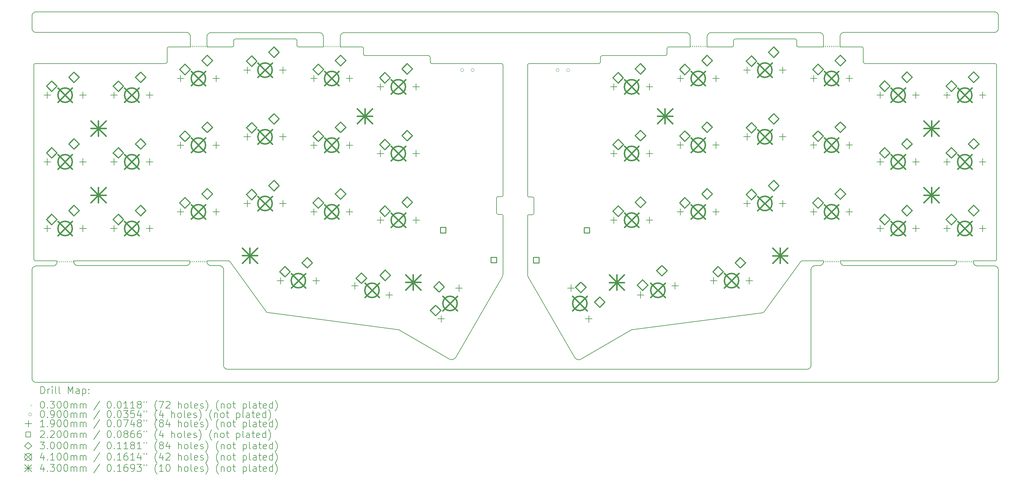
<source format=gbr>
%TF.GenerationSoftware,KiCad,Pcbnew,(6.0.9-0)*%
%TF.CreationDate,2022-12-17T11:17:15-06:00*%
%TF.ProjectId,corne-ice,636f726e-652d-4696-9365-2e6b69636164,0.1*%
%TF.SameCoordinates,Original*%
%TF.FileFunction,Drillmap*%
%TF.FilePolarity,Positive*%
%FSLAX45Y45*%
G04 Gerber Fmt 4.5, Leading zero omitted, Abs format (unit mm)*
G04 Created by KiCad (PCBNEW (6.0.9-0)) date 2022-12-17 11:17:15*
%MOMM*%
%LPD*%
G01*
G04 APERTURE LIST*
%ADD10C,0.200000*%
%ADD11C,0.030000*%
%ADD12C,0.090000*%
%ADD13C,0.190000*%
%ADD14C,0.220000*%
%ADD15C,0.300000*%
%ADD16C,0.410000*%
%ADD17C,0.430000*%
G04 APERTURE END LIST*
D10*
X1780750Y-8302031D02*
X1781250Y-8325000D01*
X1781250Y-8325000D02*
X1781230Y-8325200D01*
X1781230Y-8325200D02*
X1781230Y-8325200D01*
X1781230Y-8325200D02*
X1778960Y-8348300D01*
X1778960Y-8348300D02*
X1778960Y-8348300D01*
X1778960Y-8348300D02*
X1778960Y-8348300D01*
X1778960Y-8348300D02*
X1778960Y-8348400D01*
X1778960Y-8348400D02*
X1778860Y-8348800D01*
X1778860Y-8348800D02*
X1778770Y-8349300D01*
X1778770Y-8349300D02*
X1772080Y-8371400D01*
X1772080Y-8371400D02*
X1772060Y-8371500D01*
X1772060Y-8371500D02*
X1771880Y-8371900D01*
X1771880Y-8371900D02*
X1771700Y-8372400D01*
X1771700Y-8372400D02*
X1760820Y-8392800D01*
X1760820Y-8392800D02*
X1760790Y-8392900D01*
X1760790Y-8392900D02*
X1760540Y-8393200D01*
X1760540Y-8393200D02*
X1760280Y-8393600D01*
X1760280Y-8393600D02*
X1745640Y-8411600D01*
X1745640Y-8411600D02*
X1745640Y-8411600D01*
X1745640Y-8411600D02*
X1745640Y-8411600D01*
X1745640Y-8411600D02*
X1745590Y-8411600D01*
X1745590Y-8411600D02*
X1745270Y-8412000D01*
X1745270Y-8412000D02*
X1744950Y-8412300D01*
X1744950Y-8412300D02*
X1727090Y-8427100D01*
X1727090Y-8427100D02*
X1727040Y-8427100D01*
X1727040Y-8427100D02*
X1726660Y-8427300D01*
X1726660Y-8427300D02*
X1726280Y-8427600D01*
X1726280Y-8427600D02*
X1705900Y-8438600D01*
X1705900Y-8438600D02*
X1705900Y-8438600D01*
X1705900Y-8438600D02*
X1705900Y-8438600D01*
X1705900Y-8438600D02*
X1705830Y-8438700D01*
X1705830Y-8438700D02*
X1705420Y-8438800D01*
X1705420Y-8438800D02*
X1705000Y-8439000D01*
X1705000Y-8439000D02*
X1682860Y-8445900D01*
X1682860Y-8445900D02*
X1682790Y-8445900D01*
X1682790Y-8445900D02*
X1682350Y-8446000D01*
X1682350Y-8446000D02*
X1681900Y-8446000D01*
X1681900Y-8446000D02*
X1658850Y-8448500D01*
X1658850Y-8448500D02*
X1658780Y-8448500D01*
X1658780Y-8448500D02*
X1658560Y-8448500D01*
X1658560Y-8448500D02*
X1658350Y-8448500D01*
X1658350Y-8448500D02*
X1657750Y-8448500D01*
X1657750Y-8448500D02*
X1657740Y-8448500D01*
X1657740Y-8448500D02*
X1182520Y-8448500D01*
X1182520Y-8448500D02*
X1181940Y-8448500D01*
X1181940Y-8448500D02*
X1159630Y-8450800D01*
X1159630Y-8450800D02*
X1138430Y-8457400D01*
X1138430Y-8457400D02*
X1118910Y-8468000D01*
X1118910Y-8468000D02*
X1101800Y-8482100D01*
X1101800Y-8482100D02*
X1087780Y-8499300D01*
X1087780Y-8499300D02*
X1077360Y-8518900D01*
X1077360Y-8518900D02*
X1070940Y-8540200D01*
X1070940Y-8540200D02*
X1068750Y-8562500D01*
X1068750Y-11649700D02*
X1068750Y-11650300D01*
X1068750Y-11650300D02*
X1071100Y-11672600D01*
X1071100Y-11672600D02*
X1077660Y-11693800D01*
X1077660Y-11693800D02*
X1088220Y-11713300D01*
X1088220Y-11713300D02*
X1102360Y-11730400D01*
X1102360Y-11730400D02*
X1119570Y-11744500D01*
X1119570Y-11744500D02*
X1139160Y-11754900D01*
X1139160Y-11754900D02*
X1160410Y-11761300D01*
X1160410Y-11761300D02*
X1182740Y-11763500D01*
X1182740Y-11763500D02*
X28505750Y-11762600D01*
X28505550Y-1203850D02*
X1182520Y-1204750D01*
X1182520Y-1204750D02*
X1181940Y-1204750D01*
X1181940Y-1204750D02*
X1159630Y-1207100D01*
X1159630Y-1207100D02*
X1138430Y-1213660D01*
X1138430Y-1213660D02*
X1118910Y-1224220D01*
X1118910Y-1224220D02*
X1101800Y-1238370D01*
X1101800Y-1238370D02*
X1087780Y-1255570D01*
X1087780Y-1255570D02*
X1077360Y-1275160D01*
X1077360Y-1275160D02*
X1070940Y-1296410D01*
X1070940Y-1296410D02*
X1068750Y-1318750D01*
X1068750Y-1318750D02*
X1068750Y-1674730D01*
X1068750Y-1674730D02*
X1068750Y-1675310D01*
X1068750Y-1675310D02*
X1071100Y-1697620D01*
X1071100Y-1697620D02*
X1077660Y-1718820D01*
X1077660Y-1718820D02*
X1088220Y-1738350D01*
X1088220Y-1738350D02*
X1102360Y-1755450D01*
X1102360Y-1755450D02*
X1119570Y-1769480D01*
X1119570Y-1769480D02*
X1139160Y-1779900D01*
X1139160Y-1779900D02*
X1160410Y-1786310D01*
X1160410Y-1786310D02*
X1182740Y-1788500D01*
X1182740Y-1788500D02*
X5457740Y-1788500D01*
X5457740Y-1788500D02*
X5457990Y-1788530D01*
X5457990Y-1788530D02*
X5457990Y-1788530D01*
X5457990Y-1788530D02*
X5481050Y-1790790D01*
X5481050Y-1790790D02*
X5481050Y-1790790D01*
X5481050Y-1790790D02*
X5481050Y-1790790D01*
X5481050Y-1790790D02*
X5481120Y-1790790D01*
X5481120Y-1790790D02*
X5481560Y-1790890D01*
X5481560Y-1790890D02*
X5482010Y-1790980D01*
X5482010Y-1790980D02*
X5504200Y-1797680D01*
X5504200Y-1797680D02*
X5504260Y-1797700D01*
X5504260Y-1797700D02*
X5504680Y-1797870D01*
X5504680Y-1797870D02*
X5505100Y-1798050D01*
X5505100Y-1798050D02*
X5525560Y-1808930D01*
X5525560Y-1808930D02*
X5525560Y-1808930D01*
X5525560Y-1808930D02*
X5525560Y-1808930D01*
X5525560Y-1808930D02*
X5525620Y-1808960D01*
X5525620Y-1808960D02*
X5526000Y-1809220D01*
X5526000Y-1809220D02*
X5526380Y-1809470D01*
X5526380Y-1809470D02*
X5544340Y-1824120D01*
X5544340Y-1824120D02*
X5544390Y-1824160D01*
X5544390Y-1824160D02*
X5544700Y-1824480D01*
X5544700Y-1824480D02*
X5545030Y-1824800D01*
X5545030Y-1824800D02*
X5559800Y-1842660D01*
X5559800Y-1842660D02*
X5559840Y-1842710D01*
X5559840Y-1842710D02*
X5560090Y-1843090D01*
X5560090Y-1843090D02*
X5560350Y-1843470D01*
X5560350Y-1843470D02*
X5571370Y-1863860D01*
X5571370Y-1863860D02*
X5571370Y-1863860D01*
X5571370Y-1863860D02*
X5571370Y-1863860D01*
X5571370Y-1863860D02*
X5571400Y-1863920D01*
X5571400Y-1863920D02*
X5571570Y-1864340D01*
X5571570Y-1864340D02*
X5571750Y-1864760D01*
X5571750Y-1864760D02*
X5578600Y-1886900D01*
X5578600Y-1886900D02*
X5578620Y-1886960D01*
X5578620Y-1886960D02*
X5578710Y-1887410D01*
X5578710Y-1887410D02*
X5578800Y-1887850D01*
X5578800Y-1887850D02*
X5581220Y-1910900D01*
X5581220Y-1910900D02*
X5581230Y-1910970D01*
X5581230Y-1910970D02*
X5581220Y-1911190D01*
X5581220Y-1911190D02*
X5581250Y-1911410D01*
X5581250Y-1911410D02*
X5581250Y-1912000D01*
X5581250Y-1912000D02*
X5581250Y-1912010D01*
X5581250Y-1912010D02*
X5581750Y-2202025D01*
X6055750Y-8302107D02*
X6056250Y-8324700D01*
X6056250Y-8324700D02*
X6056250Y-8325300D01*
X6056250Y-8325300D02*
X6058600Y-8347600D01*
X6058600Y-8347600D02*
X6065160Y-8368800D01*
X6065160Y-8368800D02*
X6075720Y-8388300D01*
X6075720Y-8388300D02*
X6089860Y-8405400D01*
X6089860Y-8405400D02*
X6107070Y-8419500D01*
X6107070Y-8419500D02*
X6126660Y-8429900D01*
X6126660Y-8429900D02*
X6147910Y-8436300D01*
X6147910Y-8436300D02*
X6170240Y-8438500D01*
X6170240Y-8438500D02*
X6407740Y-8438500D01*
X6407740Y-8438500D02*
X6407990Y-8438500D01*
X6407990Y-8438500D02*
X6407990Y-8438500D01*
X6407990Y-8438500D02*
X6431050Y-8440800D01*
X6431050Y-8440800D02*
X6431050Y-8440800D01*
X6431050Y-8440800D02*
X6431050Y-8440800D01*
X6431050Y-8440800D02*
X6431120Y-8440800D01*
X6431120Y-8440800D02*
X6431560Y-8440900D01*
X6431560Y-8440900D02*
X6432010Y-8441000D01*
X6432010Y-8441000D02*
X6454200Y-8447700D01*
X6454200Y-8447700D02*
X6454260Y-8447700D01*
X6454260Y-8447700D02*
X6454680Y-8447900D01*
X6454680Y-8447900D02*
X6455100Y-8448000D01*
X6455100Y-8448000D02*
X6475560Y-8458900D01*
X6475560Y-8458900D02*
X6475560Y-8458900D01*
X6475560Y-8458900D02*
X6475560Y-8458900D01*
X6475560Y-8458900D02*
X6475620Y-8459000D01*
X6475620Y-8459000D02*
X6476000Y-8459200D01*
X6476000Y-8459200D02*
X6476380Y-8459500D01*
X6476380Y-8459500D02*
X6494340Y-8474100D01*
X6494340Y-8474100D02*
X6494390Y-8474200D01*
X6494390Y-8474200D02*
X6494700Y-8474500D01*
X6494700Y-8474500D02*
X6495030Y-8474800D01*
X6495030Y-8474800D02*
X6509800Y-8492700D01*
X6509800Y-8492700D02*
X6509840Y-8492700D01*
X6509840Y-8492700D02*
X6510090Y-8493100D01*
X6510090Y-8493100D02*
X6510350Y-8493500D01*
X6510350Y-8493500D02*
X6521370Y-8513900D01*
X6521370Y-8513900D02*
X6521370Y-8513900D01*
X6521370Y-8513900D02*
X6521370Y-8513900D01*
X6521370Y-8513900D02*
X6521400Y-8513900D01*
X6521400Y-8513900D02*
X6521570Y-8514300D01*
X6521570Y-8514300D02*
X6521750Y-8514800D01*
X6521750Y-8514800D02*
X6528600Y-8536900D01*
X6528600Y-8536900D02*
X6528620Y-8537000D01*
X6528620Y-8537000D02*
X6528710Y-8537400D01*
X6528710Y-8537400D02*
X6528800Y-8537900D01*
X6528800Y-8537900D02*
X6531220Y-8560900D01*
X6531220Y-8560900D02*
X6531230Y-8561000D01*
X6531230Y-8561000D02*
X6531220Y-8561200D01*
X6531220Y-8561200D02*
X6531250Y-8561400D01*
X6531250Y-8561400D02*
X6531250Y-8562000D01*
X6531250Y-8562000D02*
X6531250Y-8562000D01*
X6531250Y-8562000D02*
X6531250Y-11279700D01*
X6531250Y-11279700D02*
X6531250Y-11280300D01*
X6531250Y-11280300D02*
X6533600Y-11302600D01*
X6533600Y-11302600D02*
X6540160Y-11323800D01*
X6540160Y-11323800D02*
X6550720Y-11343300D01*
X6550720Y-11343300D02*
X6564860Y-11360400D01*
X6564860Y-11360400D02*
X6582070Y-11374500D01*
X6582070Y-11374500D02*
X6601660Y-11384900D01*
X6601660Y-11384900D02*
X6622910Y-11391300D01*
X6622910Y-11391300D02*
X6645240Y-11393500D01*
X6645450Y-11393400D02*
X23161950Y-11392600D01*
X19718050Y-1797600D02*
X9970050Y-1798500D01*
X9970050Y-1798500D02*
X9969450Y-1798500D01*
X9969450Y-1798500D02*
X9947150Y-1800850D01*
X9947150Y-1800850D02*
X9925950Y-1807410D01*
X9925950Y-1807410D02*
X9906450Y-1817970D01*
X9906450Y-1817970D02*
X9889350Y-1832120D01*
X9889350Y-1832120D02*
X9875250Y-1849320D01*
X9875250Y-1849320D02*
X9864850Y-1868910D01*
X9864850Y-1868910D02*
X9858450Y-1890160D01*
X9858450Y-1890160D02*
X9856250Y-1912500D01*
X9856250Y-1912500D02*
X9856750Y-2201873D01*
X2256750Y-8302031D02*
X2256250Y-8324700D01*
X2256250Y-8324700D02*
X2256250Y-8325300D01*
X2256250Y-8325300D02*
X2258600Y-8347600D01*
X2258600Y-8347600D02*
X2265160Y-8368800D01*
X2265160Y-8368800D02*
X2275720Y-8388300D01*
X2275720Y-8388300D02*
X2289860Y-8405400D01*
X2289860Y-8405400D02*
X2307070Y-8419500D01*
X2307070Y-8419500D02*
X2326660Y-8429900D01*
X2326660Y-8429900D02*
X2347910Y-8436300D01*
X2347910Y-8436300D02*
X2370240Y-8438500D01*
X2370240Y-8438500D02*
X5457480Y-8438500D01*
X5457480Y-8438500D02*
X5458060Y-8438500D01*
X5458060Y-8438500D02*
X5480370Y-8436200D01*
X5480370Y-8436200D02*
X5501570Y-8429600D01*
X5501570Y-8429600D02*
X5521090Y-8419000D01*
X5521090Y-8419000D02*
X5538200Y-8404900D01*
X5538200Y-8404900D02*
X5552220Y-8387700D01*
X5552220Y-8387700D02*
X5562640Y-8368100D01*
X5562640Y-8368100D02*
X5569060Y-8346800D01*
X5569060Y-8346800D02*
X5571250Y-8324500D01*
X5571250Y-8324500D02*
X5571750Y-8302031D01*
X9372750Y-2202025D02*
X9371250Y-1912270D01*
X9371250Y-1912270D02*
X9371250Y-1911690D01*
X9371250Y-1911690D02*
X9368900Y-1889380D01*
X9368900Y-1889380D02*
X9362340Y-1868180D01*
X9362340Y-1868180D02*
X9351780Y-1848660D01*
X9351780Y-1848660D02*
X9337630Y-1831560D01*
X9337630Y-1831560D02*
X9320430Y-1817530D01*
X9320430Y-1817530D02*
X9300840Y-1807110D01*
X9300840Y-1807110D02*
X9279590Y-1800690D01*
X9279590Y-1800690D02*
X9257260Y-1798500D01*
X9257260Y-1798500D02*
X6170020Y-1798500D01*
X6170020Y-1798500D02*
X6169440Y-1798500D01*
X6169440Y-1798500D02*
X6147130Y-1800850D01*
X6147130Y-1800850D02*
X6125930Y-1807410D01*
X6125930Y-1807410D02*
X6106410Y-1817970D01*
X6106410Y-1817970D02*
X6089300Y-1832120D01*
X6089300Y-1832120D02*
X6075280Y-1849320D01*
X6075280Y-1849320D02*
X6064860Y-1868910D01*
X6064860Y-1868910D02*
X6058440Y-1890160D01*
X6058440Y-1890160D02*
X6056250Y-1912500D01*
X6056250Y-1912500D02*
X6057750Y-2201873D01*
X1068750Y-8562500D02*
X1068750Y-11649700D01*
X23631750Y-2202673D02*
X23631950Y-1911370D01*
X23631950Y-1911370D02*
X23631950Y-1910790D01*
X23631950Y-1910790D02*
X23629650Y-1888480D01*
X23629650Y-1888480D02*
X23623050Y-1867280D01*
X23623050Y-1867280D02*
X23612550Y-1847760D01*
X23612550Y-1847760D02*
X23598350Y-1830660D01*
X23598350Y-1830660D02*
X23581150Y-1816630D01*
X23581150Y-1816630D02*
X23561550Y-1806210D01*
X23561550Y-1806210D02*
X23540350Y-1799790D01*
X23540350Y-1799790D02*
X23518050Y-1797600D01*
X23518050Y-1797600D02*
X20430750Y-1797600D01*
X20430750Y-1797600D02*
X20430150Y-1797600D01*
X20430150Y-1797600D02*
X20407850Y-1799950D01*
X20407850Y-1799950D02*
X20386650Y-1806510D01*
X20386650Y-1806510D02*
X20367150Y-1817070D01*
X20367150Y-1817070D02*
X20350050Y-1831220D01*
X20350050Y-1831220D02*
X20336050Y-1848420D01*
X20336050Y-1848420D02*
X20325650Y-1868010D01*
X20325650Y-1868010D02*
X20319150Y-1889260D01*
X20319150Y-1889260D02*
X20317050Y-1911600D01*
X20317050Y-1911600D02*
X20316750Y-2202825D01*
X28030250Y-8447600D02*
X28007150Y-8445300D01*
X28586450Y-11729000D02*
X28600450Y-11711800D01*
X19781150Y-1816630D02*
X19761550Y-1806210D01*
X19798350Y-1830660D02*
X19781150Y-1816630D01*
X28619450Y-8560800D02*
X28619550Y-11648600D01*
X19832750Y-2202673D02*
X19831950Y-1911370D01*
X19831950Y-1911370D02*
X19831950Y-1910790D01*
X19831950Y-1910790D02*
X19829650Y-1888480D01*
X19829650Y-1888480D02*
X19823050Y-1867280D01*
X19823050Y-1867280D02*
X19812550Y-1847760D01*
X19812550Y-1847760D02*
X19798350Y-1830660D01*
X19761550Y-1806210D02*
X19740350Y-1799790D01*
X19740350Y-1799790D02*
X19718050Y-1797600D01*
X24117750Y-8302731D02*
X24117050Y-8323800D01*
X24117050Y-8323800D02*
X24117050Y-8324400D01*
X24117050Y-8324400D02*
X24119350Y-8346700D01*
X24119350Y-8346700D02*
X24125950Y-8367900D01*
X24125950Y-8367900D02*
X24136450Y-8387400D01*
X24136450Y-8387400D02*
X24150650Y-8404500D01*
X24150650Y-8404500D02*
X24167850Y-8418600D01*
X24167850Y-8418600D02*
X24187450Y-8429000D01*
X24187450Y-8429000D02*
X24208650Y-8435400D01*
X24208650Y-8435400D02*
X24230950Y-8437600D01*
X24230950Y-8437600D02*
X27318250Y-8437600D01*
X27318250Y-8437600D02*
X27318850Y-8437600D01*
X27318850Y-8437600D02*
X27341150Y-8435300D01*
X27341150Y-8435300D02*
X27362350Y-8428700D01*
X27362350Y-8428700D02*
X27381850Y-8418100D01*
X27381850Y-8418100D02*
X27398950Y-8404000D01*
X27398950Y-8404000D02*
X27412950Y-8386800D01*
X27412950Y-8386800D02*
X27423350Y-8367200D01*
X27423350Y-8367200D02*
X27429850Y-8345900D01*
X27429850Y-8345900D02*
X27431950Y-8323600D01*
X27431950Y-8323600D02*
X27432750Y-8302731D01*
X23161950Y-11392600D02*
X23162550Y-11392600D01*
X23162550Y-11392600D02*
X23184850Y-11390300D01*
X23184850Y-11390300D02*
X23206050Y-11383700D01*
X23206050Y-11383700D02*
X23225550Y-11373100D01*
X23225550Y-11373100D02*
X23242650Y-11359000D01*
X23242650Y-11359000D02*
X23256750Y-11341800D01*
X23256750Y-11341800D02*
X23267150Y-11322200D01*
X23267150Y-11322200D02*
X23273550Y-11300900D01*
X23273550Y-11300900D02*
X23275750Y-11278600D01*
X23275750Y-11278600D02*
X23275750Y-8561100D01*
X23275750Y-8561100D02*
X23275750Y-8560900D01*
X23275750Y-8560900D02*
X23275750Y-8560900D01*
X23275750Y-8560900D02*
X23278050Y-8537800D01*
X23278050Y-8537800D02*
X23278050Y-8537800D01*
X23278050Y-8537800D02*
X23278050Y-8537800D01*
X23278050Y-8537800D02*
X23278050Y-8537700D01*
X23278050Y-8537700D02*
X23278150Y-8537300D01*
X23278150Y-8537300D02*
X23278250Y-8536800D01*
X23278250Y-8536800D02*
X23284950Y-8514700D01*
X23284950Y-8514700D02*
X23284950Y-8514600D01*
X23284950Y-8514600D02*
X23285150Y-8514200D01*
X23285150Y-8514200D02*
X23285250Y-8513800D01*
X23285250Y-8513800D02*
X23296150Y-8493300D01*
X23296150Y-8493300D02*
X23296150Y-8493300D01*
X23296150Y-8493300D02*
X23296150Y-8493300D01*
X23296150Y-8493300D02*
X23296250Y-8493200D01*
X23296250Y-8493200D02*
X23296450Y-8492900D01*
X23296450Y-8492900D02*
X23296750Y-8492500D01*
X23296750Y-8492500D02*
X23311350Y-8474500D01*
X23311350Y-8474500D02*
X23311450Y-8474500D01*
X23311450Y-8474500D02*
X23311750Y-8474100D01*
X23311750Y-8474100D02*
X23312050Y-8473800D01*
X23312050Y-8473800D02*
X23329950Y-8459100D01*
X23329950Y-8459100D02*
X23329950Y-8459000D01*
X23329950Y-8459000D02*
X23330350Y-8458800D01*
X23330350Y-8458800D02*
X23330750Y-8458500D01*
X23330750Y-8458500D02*
X23351150Y-8447500D01*
X23351150Y-8447500D02*
X23351150Y-8447500D01*
X23351150Y-8447500D02*
X23351150Y-8447500D01*
X23351150Y-8447500D02*
X23351150Y-8447400D01*
X23351150Y-8447400D02*
X23351550Y-8447300D01*
X23351550Y-8447300D02*
X23352050Y-8447100D01*
X23352050Y-8447100D02*
X23374150Y-8440300D01*
X23374150Y-8440300D02*
X23374150Y-8440300D01*
X23374150Y-8440300D02*
X23374250Y-8440200D01*
X23374250Y-8440200D02*
X23374650Y-8440100D01*
X23374650Y-8440100D02*
X23375050Y-8440100D01*
X23375050Y-8440100D02*
X23398150Y-8437600D01*
X23398150Y-8437600D02*
X23398250Y-8437600D01*
X23398250Y-8437600D02*
X23398450Y-8437600D01*
X23398450Y-8437600D02*
X23398650Y-8437600D01*
X23398650Y-8437600D02*
X23399250Y-8437600D01*
X23399250Y-8437600D02*
X23399250Y-8437600D01*
X23399250Y-8437600D02*
X23518250Y-8437600D01*
X23518250Y-8437600D02*
X23518850Y-8437600D01*
X23518850Y-8437600D02*
X23541150Y-8435300D01*
X23541150Y-8435300D02*
X23562350Y-8428700D01*
X23562350Y-8428700D02*
X23581850Y-8418100D01*
X23581850Y-8418100D02*
X23598950Y-8404000D01*
X23598950Y-8404000D02*
X23612950Y-8386800D01*
X23612950Y-8386800D02*
X23623350Y-8367200D01*
X23623350Y-8367200D02*
X23629850Y-8345900D01*
X23629850Y-8345900D02*
X23632050Y-8323600D01*
X23632050Y-8323600D02*
X23632750Y-8302807D01*
X24109250Y-1887730D02*
X24109350Y-1887290D01*
X24109350Y-1887290D02*
X24109450Y-1886840D01*
X24109450Y-1886840D02*
X24116150Y-1864650D01*
X24116150Y-1864650D02*
X24116150Y-1864590D01*
X24116150Y-1864590D02*
X24116350Y-1864170D01*
X24116350Y-1864170D02*
X24116550Y-1863750D01*
X24116550Y-1863750D02*
X24127450Y-1843290D01*
X24127450Y-1843290D02*
X24127450Y-1843290D01*
X24127450Y-1843290D02*
X24127450Y-1843290D01*
X24127450Y-1843290D02*
X24127450Y-1843230D01*
X24127450Y-1843230D02*
X24127750Y-1842850D01*
X24127750Y-1842850D02*
X24127950Y-1842480D01*
X24127950Y-1842480D02*
X24142650Y-1824520D01*
X24142650Y-1824520D02*
X24142650Y-1824460D01*
X24142650Y-1824460D02*
X24142950Y-1824150D01*
X24142950Y-1824150D02*
X24143350Y-1823820D01*
X24143350Y-1823820D02*
X24161150Y-1809050D01*
X24161150Y-1809050D02*
X24161250Y-1809010D01*
X24161250Y-1809010D02*
X24161550Y-1808760D01*
X24161550Y-1808760D02*
X24161950Y-1808510D01*
X24161950Y-1808510D02*
X24182350Y-1797480D01*
X24182350Y-1797480D02*
X24182350Y-1797480D01*
X24182350Y-1797480D02*
X24182350Y-1797480D01*
X24182350Y-1797480D02*
X24182450Y-1797450D01*
X24182450Y-1797450D02*
X24182850Y-1797280D01*
X24182850Y-1797280D02*
X24183250Y-1797100D01*
X24183250Y-1797100D02*
X24205350Y-1790250D01*
X24205350Y-1790250D02*
X24205350Y-1790250D01*
X24205350Y-1790250D02*
X24205450Y-1790230D01*
X24205450Y-1790230D02*
X24205950Y-1790150D01*
X24205950Y-1790150D02*
X24206350Y-1790050D01*
X24206350Y-1790050D02*
X24229350Y-1787630D01*
X24229350Y-1787630D02*
X24229450Y-1787630D01*
X24229450Y-1787630D02*
X24229650Y-1787630D01*
X24229650Y-1787630D02*
X24229950Y-1787600D01*
X24229950Y-1787600D02*
X24230450Y-1787600D01*
X24230450Y-1787600D02*
X24230550Y-1787600D01*
X24230550Y-1787600D02*
X28505750Y-1787600D01*
X28505750Y-1787600D02*
X28506350Y-1787600D01*
X28506350Y-1787600D02*
X28528650Y-1785260D01*
X28528650Y-1785260D02*
X28549850Y-1778690D01*
X28549850Y-1778690D02*
X28569350Y-1768140D01*
X28569350Y-1768140D02*
X28586450Y-1753990D01*
X28586450Y-1753990D02*
X28600450Y-1736790D01*
X28600450Y-1736790D02*
X28610850Y-1717190D01*
X28610850Y-1717190D02*
X28617350Y-1695940D01*
X28617350Y-1695940D02*
X28619550Y-1673610D01*
X28619550Y-1673610D02*
X28619450Y-1317620D01*
X28619450Y-1317620D02*
X28619450Y-1317040D01*
X28619450Y-1317040D02*
X28617150Y-1294730D01*
X28617150Y-1294730D02*
X28610550Y-1273530D01*
X28610550Y-1273530D02*
X28600050Y-1254010D01*
X28600050Y-1254010D02*
X28585850Y-1236910D01*
X28585850Y-1236910D02*
X28568650Y-1222880D01*
X28568650Y-1222880D02*
X28549050Y-1212460D01*
X28549050Y-1212460D02*
X28527850Y-1206040D01*
X28527850Y-1206040D02*
X28505550Y-1203850D01*
X24107750Y-2202825D02*
X24106950Y-1911110D01*
X24106950Y-1911110D02*
X24107050Y-1910860D01*
X24107050Y-1910860D02*
X24109250Y-1887800D01*
X24109250Y-1887800D02*
X24109250Y-1887800D01*
X24109250Y-1887800D02*
X24109250Y-1887800D01*
X24109250Y-1887800D02*
X24109250Y-1887730D01*
X27907050Y-8325100D02*
X27907050Y-8324900D01*
X27907050Y-8324900D02*
X27907050Y-8324700D01*
X27907050Y-8324700D02*
X27907050Y-8324100D01*
X27907050Y-8324100D02*
X27906950Y-8324100D01*
X27906950Y-8324100D02*
X27907750Y-8302807D01*
X27916550Y-8371300D02*
X27909650Y-8349200D01*
X27909650Y-8349200D02*
X27909650Y-8349100D01*
X27909650Y-8349100D02*
X27909550Y-8348700D01*
X27909550Y-8348700D02*
X27909450Y-8348300D01*
X27909450Y-8348300D02*
X27907050Y-8325200D01*
X27907050Y-8325200D02*
X27907050Y-8325100D01*
X28505750Y-11762600D02*
X28506350Y-11762600D01*
X28506350Y-11762600D02*
X28528650Y-11760300D01*
X28528650Y-11760300D02*
X28549850Y-11753700D01*
X28549850Y-11753700D02*
X28569350Y-11743100D01*
X28569350Y-11743100D02*
X28586450Y-11729000D01*
X28600450Y-11711800D02*
X28610850Y-11692200D01*
X28610850Y-11692200D02*
X28617350Y-11670900D01*
X28617350Y-11670900D02*
X28619550Y-11648600D01*
X28619450Y-8560800D02*
X28617150Y-8538500D01*
X28617150Y-8538500D02*
X28610550Y-8517300D01*
X28610550Y-8517300D02*
X28600050Y-8497800D01*
X28600050Y-8497800D02*
X28585850Y-8480700D01*
X28585850Y-8480700D02*
X28568650Y-8466600D01*
X28568650Y-8466600D02*
X28549050Y-8456200D01*
X28549050Y-8456200D02*
X28527850Y-8449800D01*
X28527850Y-8449800D02*
X28505550Y-8447600D01*
X28505550Y-8447600D02*
X28030550Y-8447600D01*
X28030550Y-8447600D02*
X28030250Y-8447600D01*
X28030250Y-8447600D02*
X28030250Y-8447600D01*
X28007150Y-8445300D02*
X28007150Y-8445300D01*
X28007150Y-8445300D02*
X28007150Y-8445300D01*
X28007150Y-8445300D02*
X28007150Y-8445300D01*
X28007150Y-8445300D02*
X28006650Y-8445200D01*
X28006650Y-8445200D02*
X28006250Y-8445100D01*
X28006250Y-8445100D02*
X27984050Y-8438400D01*
X27984050Y-8438400D02*
X27983950Y-8438400D01*
X27983950Y-8438400D02*
X27983550Y-8438200D01*
X27983550Y-8438200D02*
X27983150Y-8438100D01*
X27983150Y-8438100D02*
X27962650Y-8427200D01*
X27962650Y-8427200D02*
X27962650Y-8427200D01*
X27962650Y-8427200D02*
X27962650Y-8427100D01*
X27962650Y-8427100D02*
X27962250Y-8426900D01*
X27962250Y-8426900D02*
X27961850Y-8426600D01*
X27961850Y-8426600D02*
X27943950Y-8412000D01*
X27943950Y-8412000D02*
X27943950Y-8412000D01*
X27943950Y-8412000D02*
X27943950Y-8412000D01*
X27943950Y-8412000D02*
X27943850Y-8411900D01*
X27943850Y-8411900D02*
X27943550Y-8411600D01*
X27943550Y-8411600D02*
X27943250Y-8411300D01*
X27943250Y-8411300D02*
X27928450Y-8393400D01*
X27928450Y-8393400D02*
X27928450Y-8393400D01*
X27928450Y-8393400D02*
X27928150Y-8393000D01*
X27928150Y-8393000D02*
X27927950Y-8392600D01*
X27927950Y-8392600D02*
X27916850Y-8372200D01*
X27916850Y-8372200D02*
X27916850Y-8372200D01*
X27916850Y-8372200D02*
X27916850Y-8372200D01*
X27916850Y-8372200D02*
X27916850Y-8372200D01*
X27916850Y-8372200D02*
X27916650Y-8371800D01*
X27916650Y-8371800D02*
X27916550Y-8371300D01*
X18162950Y-10267800D02*
X18183119Y-10262377D01*
X18203571Y-10258200D01*
X18224248Y-10255278D01*
X18228406Y-10254846D01*
X15218179Y-8762572D02*
X15209231Y-8744685D01*
X15201683Y-8723223D01*
X15197065Y-8700959D01*
X15195456Y-8678190D01*
X15195470Y-8675323D01*
X19170618Y-2402571D02*
X19170618Y-2252711D01*
X17320484Y-2452609D02*
X19120580Y-2452609D01*
X15195470Y-2727817D02*
X15200402Y-2706148D01*
X15213664Y-2689248D01*
X15232967Y-2679406D01*
X15245458Y-2677830D01*
X15195522Y-2727690D02*
X15195522Y-6450000D01*
X24117750Y-8302731D02*
X27432750Y-8302731D01*
X28570463Y-2727817D02*
X28570640Y-8252693D01*
X24820588Y-2677653D02*
X28520450Y-2677830D01*
X21120574Y-1977629D02*
X22820594Y-1977629D01*
X21070536Y-2152635D02*
X21070536Y-2027667D01*
X19220656Y-2202673D02*
X19832750Y-2202673D01*
X18162950Y-10267800D02*
X16733542Y-11093908D01*
X17270700Y-2502647D02*
X17270471Y-2627818D01*
X17270471Y-2502824D02*
X17275397Y-2481146D01*
X17288657Y-2464238D01*
X17307962Y-2454390D01*
X17320458Y-2452812D01*
X24770550Y-2252711D02*
X24770550Y-2627615D01*
X22920670Y-2202673D02*
X23631750Y-2202673D01*
X22870632Y-2027667D02*
X22870632Y-2152635D01*
X15245559Y-2677653D02*
X17220459Y-2677830D01*
X28570463Y-8252820D02*
X28565527Y-8274496D01*
X28552258Y-8291398D01*
X28532947Y-8301236D01*
X28520451Y-8302807D01*
X28520451Y-8302807D02*
X28520450Y-8302807D01*
X28520450Y-2677830D02*
X28542128Y-2682755D01*
X28559037Y-2696015D01*
X28568885Y-2715322D01*
X28570463Y-2727817D01*
X28570463Y-2727817D02*
X28570463Y-2727817D01*
X24820461Y-2677830D02*
X24798783Y-2672905D01*
X24781874Y-2659644D01*
X24772026Y-2640338D01*
X24770449Y-2627843D01*
X24770449Y-2627843D02*
X24770449Y-2627818D01*
X24720462Y-2202825D02*
X24742131Y-2207758D01*
X24759030Y-2221019D01*
X24768873Y-2240321D01*
X24770449Y-2252813D01*
X22920466Y-2202825D02*
X22898788Y-2197900D01*
X22881880Y-2184640D01*
X22872032Y-2165333D01*
X22870454Y-2152838D01*
X22870454Y-2152838D02*
X22870454Y-2152813D01*
X22820467Y-1977807D02*
X22842143Y-1982743D01*
X22859045Y-1996012D01*
X22868883Y-2015323D01*
X22870454Y-2027819D01*
X22870454Y-2027819D02*
X22870454Y-2027819D01*
X21070459Y-2027819D02*
X21075384Y-2006141D01*
X21088645Y-1989232D01*
X21107951Y-1979384D01*
X21120447Y-1977807D01*
X21120447Y-1977807D02*
X21120447Y-1977807D01*
X21070459Y-2152813D02*
X21065534Y-2174491D01*
X21052274Y-2191400D01*
X21032967Y-2201248D01*
X21020472Y-2202825D01*
X21020472Y-2202825D02*
X21020447Y-2202825D01*
X19170465Y-2252813D02*
X19175398Y-2231143D01*
X19188659Y-2214244D01*
X19207961Y-2204401D01*
X19220452Y-2202825D01*
X19170465Y-2402825D02*
X19165529Y-2424500D01*
X19152260Y-2441402D01*
X19132949Y-2451241D01*
X19120453Y-2452812D01*
X16540730Y-11055961D02*
X15218128Y-8762725D01*
X16541040Y-11056423D02*
X16540730Y-11055961D01*
X16733542Y-11093908D02*
X16715136Y-11104387D01*
X16695861Y-11111787D01*
X16676044Y-11116172D01*
X16656010Y-11117605D01*
X16629527Y-11115034D01*
X16604014Y-11107479D01*
X16585982Y-11098634D01*
X16569258Y-11087133D01*
X16554168Y-11073042D01*
X16541040Y-11056423D01*
X21895451Y-9777809D02*
X18228406Y-10254846D01*
X21930807Y-9763179D02*
X21913452Y-9774462D01*
X21895451Y-9777809D01*
X22985109Y-8317463D02*
X21930807Y-9763179D01*
X17270471Y-2627818D02*
X17265546Y-2649496D01*
X17252285Y-2666405D01*
X17232978Y-2676253D01*
X17220483Y-2677830D01*
X17220483Y-2677830D02*
X17220459Y-2677830D01*
X6669034Y-8302007D02*
X6055750Y-8302107D01*
X1169050Y-8302007D02*
X1780750Y-8302031D01*
X4969038Y-2202025D02*
X5581750Y-2202025D01*
X8669053Y-2202025D02*
X9372750Y-2202025D01*
X12469017Y-2677030D02*
X12469041Y-2677030D01*
X12419029Y-2627018D02*
X12423954Y-2648696D01*
X12437215Y-2665605D01*
X12456521Y-2675453D01*
X12469017Y-2677030D01*
X6704390Y-8316663D02*
X7758693Y-9762379D01*
X7794049Y-9777009D02*
X11461094Y-10254046D01*
X12955958Y-11093108D02*
X12974364Y-11103587D01*
X12993639Y-11110987D01*
X13013456Y-11115372D01*
X13033490Y-11116805D01*
X13059973Y-11114234D01*
X13085486Y-11106679D01*
X13103518Y-11097834D01*
X13120242Y-11086333D01*
X13135332Y-11072242D01*
X13148460Y-11055623D01*
X13148460Y-11055623D02*
X13148770Y-11055161D01*
X13148770Y-11055161D02*
X14471372Y-8761925D01*
X10519035Y-2402025D02*
X10523971Y-2423700D01*
X10537240Y-2440602D01*
X10556551Y-2450441D01*
X10569047Y-2452012D01*
X10519035Y-2252013D02*
X10514102Y-2230343D01*
X10500841Y-2213444D01*
X10481539Y-2203601D01*
X10469048Y-2202025D01*
X8669028Y-2202025D02*
X8669053Y-2202025D01*
X8619041Y-2152013D02*
X8623966Y-2173691D01*
X8637226Y-2190600D01*
X8656533Y-2200448D01*
X8669028Y-2202025D01*
X8569053Y-1977007D02*
X8569053Y-1977007D01*
X8619041Y-2027019D02*
X8614116Y-2005341D01*
X8600855Y-1988432D01*
X8581549Y-1978584D01*
X8569053Y-1977007D01*
X6819046Y-2027019D02*
X6819046Y-2027019D01*
X6869033Y-1977007D02*
X6847357Y-1981943D01*
X6830455Y-1995212D01*
X6820616Y-2014523D01*
X6819046Y-2027019D01*
X6819046Y-2152038D02*
X6819046Y-2152013D01*
X6769033Y-2202025D02*
X6790712Y-2197100D01*
X6807620Y-2183840D01*
X6817468Y-2164533D01*
X6819046Y-2152038D01*
X4969038Y-2202025D02*
X4947369Y-2206958D01*
X4930469Y-2220219D01*
X4920627Y-2239521D01*
X4919051Y-2252013D01*
X4919051Y-2627043D02*
X4919051Y-2627018D01*
X4869039Y-2677030D02*
X4890717Y-2672105D01*
X4907626Y-2658844D01*
X4917474Y-2639538D01*
X4919051Y-2627043D01*
X1119037Y-2727017D02*
X1119037Y-2727017D01*
X1169050Y-2677030D02*
X1147372Y-2681955D01*
X1130463Y-2695215D01*
X1120615Y-2714522D01*
X1119037Y-2727017D01*
X1169049Y-8302007D02*
X1169050Y-8302007D01*
X1119037Y-8252020D02*
X1123973Y-8273696D01*
X1137242Y-8290598D01*
X1156553Y-8300436D01*
X1169049Y-8302007D01*
X14443940Y-2676853D02*
X12469041Y-2677030D01*
X6819046Y-2027019D02*
X6818868Y-2151835D01*
X6768830Y-2201873D02*
X6057750Y-2201873D01*
X4918950Y-2251911D02*
X4918950Y-2626815D01*
X12419029Y-2502024D02*
X12414103Y-2480346D01*
X12400843Y-2463438D01*
X12381538Y-2453590D01*
X12369042Y-2452012D01*
X12418800Y-2501847D02*
X12419029Y-2627018D01*
X11526550Y-10267000D02*
X12955958Y-11093108D01*
X10468844Y-2201873D02*
X9856750Y-2201873D01*
X8618964Y-2151835D02*
X8618964Y-2026867D01*
X8568926Y-1976829D02*
X6868906Y-1976829D01*
X4868912Y-2676853D02*
X1169050Y-2677030D01*
X1119037Y-2727017D02*
X1118860Y-8251893D01*
X5571750Y-8302031D02*
X2256750Y-8302031D01*
X14493978Y-2726890D02*
X14493978Y-6450000D01*
X14494030Y-2727017D02*
X14489097Y-2705348D01*
X14475836Y-2688448D01*
X14456533Y-2678606D01*
X14444042Y-2677030D01*
X12369016Y-2451809D02*
X10568920Y-2451809D01*
X10518882Y-2401771D02*
X10518882Y-2251911D01*
X14471321Y-8761772D02*
X14480269Y-8743885D01*
X14487817Y-8722423D01*
X14492435Y-8700159D01*
X14494044Y-8677390D01*
X14494030Y-8674523D01*
X22985109Y-8317463D02*
X23002462Y-8306165D01*
X23020466Y-8302807D01*
X7758693Y-9762379D02*
X7776048Y-9773662D01*
X7794049Y-9777009D01*
X6704390Y-8316663D02*
X6687037Y-8305365D01*
X6669034Y-8302007D01*
X11526550Y-10267000D02*
X11506380Y-10261577D01*
X11485928Y-10257400D01*
X11465252Y-10254478D01*
X11461094Y-10254046D01*
X15195750Y-7000500D02*
X15195470Y-8675323D01*
X15215750Y-6988000D02*
X15330750Y-6988000D01*
X23020466Y-8302807D02*
X23632750Y-8302807D01*
X14473750Y-6468000D02*
G75*
G03*
X14493750Y-6448000I0J20000D01*
G01*
X15215750Y-6988000D02*
G75*
G03*
X15195750Y-7008000I0J-20000D01*
G01*
X15195750Y-6458000D02*
G75*
G03*
X15215750Y-6478000I20000J0D01*
G01*
X14310750Y-6518000D02*
X14310750Y-6928000D01*
X15380750Y-6528000D02*
G75*
G03*
X15330750Y-6478000I-50000J0D01*
G01*
X14493950Y-6998000D02*
G75*
G03*
X14473750Y-6978000I-20100J-100D01*
G01*
X28520450Y-8302807D02*
X27907750Y-8302807D01*
X14310750Y-6928000D02*
G75*
G03*
X14360750Y-6978000I50000J0D01*
G01*
X14493950Y-6995500D02*
X14494030Y-8674523D01*
X14360750Y-6978000D02*
X14473750Y-6978000D01*
X24720462Y-2202825D02*
X24107750Y-2202825D01*
X14360750Y-6468000D02*
X14473750Y-6468000D01*
X15380750Y-6528000D02*
X15380750Y-6938000D01*
X21020447Y-2202825D02*
X20316750Y-2202825D01*
X15330750Y-6988000D02*
G75*
G03*
X15380750Y-6938000I0J50000D01*
G01*
X14360750Y-6468000D02*
G75*
G03*
X14310750Y-6518000I0J-50000D01*
G01*
X15215750Y-6478000D02*
X15330750Y-6478000D01*
D11*
X1763750Y-8302600D02*
X1793750Y-8332600D01*
X1793750Y-8302600D02*
X1763750Y-8332600D01*
X1823125Y-8302600D02*
X1853125Y-8332600D01*
X1853125Y-8302600D02*
X1823125Y-8332600D01*
X1882500Y-8302600D02*
X1912500Y-8332600D01*
X1912500Y-8302600D02*
X1882500Y-8332600D01*
X1941875Y-8302600D02*
X1971875Y-8332600D01*
X1971875Y-8302600D02*
X1941875Y-8332600D01*
X2001250Y-8302600D02*
X2031250Y-8332600D01*
X2031250Y-8302600D02*
X2001250Y-8332600D01*
X2060625Y-8302600D02*
X2090625Y-8332600D01*
X2090625Y-8302600D02*
X2060625Y-8332600D01*
X2120000Y-8302600D02*
X2150000Y-8332600D01*
X2150000Y-8302600D02*
X2120000Y-8332600D01*
X2179375Y-8302600D02*
X2209375Y-8332600D01*
X2209375Y-8302600D02*
X2179375Y-8332600D01*
X2238750Y-8302600D02*
X2268750Y-8332600D01*
X2268750Y-8302600D02*
X2238750Y-8332600D01*
X5559850Y-8302800D02*
X5589850Y-8332800D01*
X5589850Y-8302800D02*
X5559850Y-8332800D01*
X5571175Y-2171900D02*
X5601175Y-2201900D01*
X5601175Y-2171900D02*
X5571175Y-2201900D01*
X5619225Y-8302800D02*
X5649225Y-8332800D01*
X5649225Y-8302800D02*
X5619225Y-8332800D01*
X5630550Y-2171900D02*
X5660550Y-2201900D01*
X5660550Y-2171900D02*
X5630550Y-2201900D01*
X5678600Y-8302800D02*
X5708600Y-8332800D01*
X5708600Y-8302800D02*
X5678600Y-8332800D01*
X5689925Y-2171900D02*
X5719925Y-2201900D01*
X5719925Y-2171900D02*
X5689925Y-2201900D01*
X5737975Y-8302800D02*
X5767975Y-8332800D01*
X5767975Y-8302800D02*
X5737975Y-8332800D01*
X5749300Y-2171900D02*
X5779300Y-2201900D01*
X5779300Y-2171900D02*
X5749300Y-2201900D01*
X5797350Y-8302800D02*
X5827350Y-8332800D01*
X5827350Y-8302800D02*
X5797350Y-8332800D01*
X5808675Y-2171900D02*
X5838675Y-2201900D01*
X5838675Y-2171900D02*
X5808675Y-2201900D01*
X5856725Y-8302800D02*
X5886725Y-8332800D01*
X5886725Y-8302800D02*
X5856725Y-8332800D01*
X5868050Y-2171900D02*
X5898050Y-2201900D01*
X5898050Y-2171900D02*
X5868050Y-2201900D01*
X5916100Y-8302800D02*
X5946100Y-8332800D01*
X5946100Y-8302800D02*
X5916100Y-8332800D01*
X5927425Y-2171900D02*
X5957425Y-2201900D01*
X5957425Y-2171900D02*
X5927425Y-2201900D01*
X5975475Y-8302800D02*
X6005475Y-8332800D01*
X6005475Y-8302800D02*
X5975475Y-8332800D01*
X5986800Y-2171900D02*
X6016800Y-2201900D01*
X6016800Y-2171900D02*
X5986800Y-2201900D01*
X6034850Y-8302800D02*
X6064850Y-8332800D01*
X6064850Y-8302800D02*
X6034850Y-8332800D01*
X6046175Y-2171900D02*
X6076175Y-2201900D01*
X6076175Y-2171900D02*
X6046175Y-2201900D01*
X9368250Y-2172300D02*
X9398250Y-2202300D01*
X9398250Y-2172300D02*
X9368250Y-2202300D01*
X9427625Y-2172300D02*
X9457625Y-2202300D01*
X9457625Y-2172300D02*
X9427625Y-2202300D01*
X9487000Y-2172300D02*
X9517000Y-2202300D01*
X9517000Y-2172300D02*
X9487000Y-2202300D01*
X9546375Y-2172300D02*
X9576375Y-2202300D01*
X9576375Y-2172300D02*
X9546375Y-2202300D01*
X9605750Y-2172300D02*
X9635750Y-2202300D01*
X9635750Y-2172300D02*
X9605750Y-2202300D01*
X9665125Y-2172300D02*
X9695125Y-2202300D01*
X9695125Y-2172300D02*
X9665125Y-2202300D01*
X9724500Y-2172300D02*
X9754500Y-2202300D01*
X9754500Y-2172300D02*
X9724500Y-2202300D01*
X9783875Y-2172300D02*
X9813875Y-2202300D01*
X9813875Y-2172300D02*
X9783875Y-2202300D01*
X9843250Y-2172300D02*
X9873250Y-2202300D01*
X9873250Y-2172300D02*
X9843250Y-2202300D01*
X19821250Y-2173500D02*
X19851250Y-2203500D01*
X19851250Y-2173500D02*
X19821250Y-2203500D01*
X19880625Y-2173500D02*
X19910625Y-2203500D01*
X19910625Y-2173500D02*
X19880625Y-2203500D01*
X19940000Y-2173500D02*
X19970000Y-2203500D01*
X19970000Y-2173500D02*
X19940000Y-2203500D01*
X19999375Y-2173500D02*
X20029375Y-2203500D01*
X20029375Y-2173500D02*
X19999375Y-2203500D01*
X20058750Y-2173500D02*
X20088750Y-2203500D01*
X20088750Y-2173500D02*
X20058750Y-2203500D01*
X20118125Y-2173500D02*
X20148125Y-2203500D01*
X20148125Y-2173500D02*
X20118125Y-2203500D01*
X20177500Y-2173500D02*
X20207500Y-2203500D01*
X20207500Y-2173500D02*
X20177500Y-2203500D01*
X20236875Y-2173500D02*
X20266875Y-2203500D01*
X20266875Y-2173500D02*
X20236875Y-2203500D01*
X20296250Y-2173500D02*
X20326250Y-2203500D01*
X20326250Y-2173500D02*
X20296250Y-2203500D01*
X23612450Y-2172000D02*
X23642450Y-2202000D01*
X23642450Y-2172000D02*
X23612450Y-2202000D01*
X23621650Y-8304300D02*
X23651650Y-8334300D01*
X23651650Y-8304300D02*
X23621650Y-8334300D01*
X23671825Y-2172000D02*
X23701825Y-2202000D01*
X23701825Y-2172000D02*
X23671825Y-2202000D01*
X23681025Y-8304300D02*
X23711025Y-8334300D01*
X23711025Y-8304300D02*
X23681025Y-8334300D01*
X23731200Y-2172000D02*
X23761200Y-2202000D01*
X23761200Y-2172000D02*
X23731200Y-2202000D01*
X23740400Y-8304300D02*
X23770400Y-8334300D01*
X23770400Y-8304300D02*
X23740400Y-8334300D01*
X23790575Y-2172000D02*
X23820575Y-2202000D01*
X23820575Y-2172000D02*
X23790575Y-2202000D01*
X23799775Y-8304300D02*
X23829775Y-8334300D01*
X23829775Y-8304300D02*
X23799775Y-8334300D01*
X23849950Y-2172000D02*
X23879950Y-2202000D01*
X23879950Y-2172000D02*
X23849950Y-2202000D01*
X23859150Y-8304300D02*
X23889150Y-8334300D01*
X23889150Y-8304300D02*
X23859150Y-8334300D01*
X23909325Y-2172000D02*
X23939325Y-2202000D01*
X23939325Y-2172000D02*
X23909325Y-2202000D01*
X23918525Y-8304300D02*
X23948525Y-8334300D01*
X23948525Y-8304300D02*
X23918525Y-8334300D01*
X23968700Y-2172000D02*
X23998700Y-2202000D01*
X23998700Y-2172000D02*
X23968700Y-2202000D01*
X23977900Y-8304300D02*
X24007900Y-8334300D01*
X24007900Y-8304300D02*
X23977900Y-8334300D01*
X24028075Y-2172000D02*
X24058075Y-2202000D01*
X24058075Y-2172000D02*
X24028075Y-2202000D01*
X24037275Y-8304300D02*
X24067275Y-8334300D01*
X24067275Y-8304300D02*
X24037275Y-8334300D01*
X24087450Y-2172000D02*
X24117450Y-2202000D01*
X24117450Y-2172000D02*
X24087450Y-2202000D01*
X24096650Y-8304300D02*
X24126650Y-8334300D01*
X24126650Y-8304300D02*
X24096650Y-8334300D01*
X27413050Y-8303300D02*
X27443050Y-8333300D01*
X27443050Y-8303300D02*
X27413050Y-8333300D01*
X27472425Y-8303300D02*
X27502425Y-8333300D01*
X27502425Y-8303300D02*
X27472425Y-8333300D01*
X27531800Y-8303300D02*
X27561800Y-8333300D01*
X27561800Y-8303300D02*
X27531800Y-8333300D01*
X27591175Y-8303300D02*
X27621175Y-8333300D01*
X27621175Y-8303300D02*
X27591175Y-8333300D01*
X27650550Y-8303300D02*
X27680550Y-8333300D01*
X27680550Y-8303300D02*
X27650550Y-8333300D01*
X27709925Y-8303300D02*
X27739925Y-8333300D01*
X27739925Y-8303300D02*
X27709925Y-8333300D01*
X27769300Y-8303300D02*
X27799300Y-8333300D01*
X27799300Y-8303300D02*
X27769300Y-8333300D01*
X27828675Y-8303300D02*
X27858675Y-8333300D01*
X27858675Y-8303300D02*
X27828675Y-8333300D01*
X27888050Y-8303300D02*
X27918050Y-8333300D01*
X27918050Y-8303300D02*
X27888050Y-8333300D01*
D12*
X13375750Y-2863000D02*
G75*
G03*
X13375750Y-2863000I-45000J0D01*
G01*
X13675750Y-2863000D02*
G75*
G03*
X13675750Y-2863000I-45000J0D01*
G01*
X16095750Y-2866000D02*
G75*
G03*
X16095750Y-2866000I-45000J0D01*
G01*
X16395750Y-2866000D02*
G75*
G03*
X16395750Y-2866000I-45000J0D01*
G01*
D13*
X1502750Y-3483000D02*
X1502750Y-3673000D01*
X1407750Y-3578000D02*
X1597750Y-3578000D01*
X1502750Y-5383000D02*
X1502750Y-5573000D01*
X1407750Y-5478000D02*
X1597750Y-5478000D01*
X1502750Y-7283000D02*
X1502750Y-7473000D01*
X1407750Y-7378000D02*
X1597750Y-7378000D01*
X2518750Y-3483000D02*
X2518750Y-3673000D01*
X2423750Y-3578000D02*
X2613750Y-3578000D01*
X2518750Y-5383000D02*
X2518750Y-5573000D01*
X2423750Y-5478000D02*
X2613750Y-5478000D01*
X2518750Y-7283000D02*
X2518750Y-7473000D01*
X2423750Y-7378000D02*
X2613750Y-7378000D01*
X3402750Y-3483000D02*
X3402750Y-3673000D01*
X3307750Y-3578000D02*
X3497750Y-3578000D01*
X3402750Y-5383000D02*
X3402750Y-5573000D01*
X3307750Y-5478000D02*
X3497750Y-5478000D01*
X3402750Y-7283000D02*
X3402750Y-7473000D01*
X3307750Y-7378000D02*
X3497750Y-7378000D01*
X4418750Y-3483000D02*
X4418750Y-3673000D01*
X4323750Y-3578000D02*
X4513750Y-3578000D01*
X4418750Y-5383000D02*
X4418750Y-5573000D01*
X4323750Y-5478000D02*
X4513750Y-5478000D01*
X4418750Y-7283000D02*
X4418750Y-7473000D01*
X4323750Y-7378000D02*
X4513750Y-7378000D01*
X5302750Y-3008000D02*
X5302750Y-3198000D01*
X5207750Y-3103000D02*
X5397750Y-3103000D01*
X5302750Y-4908000D02*
X5302750Y-5098000D01*
X5207750Y-5003000D02*
X5397750Y-5003000D01*
X5302750Y-6808000D02*
X5302750Y-6998000D01*
X5207750Y-6903000D02*
X5397750Y-6903000D01*
X6318750Y-3008000D02*
X6318750Y-3198000D01*
X6223750Y-3103000D02*
X6413750Y-3103000D01*
X6318750Y-4908000D02*
X6318750Y-5098000D01*
X6223750Y-5003000D02*
X6413750Y-5003000D01*
X6318750Y-6808000D02*
X6318750Y-6998000D01*
X6223750Y-6903000D02*
X6413750Y-6903000D01*
X7202750Y-2770500D02*
X7202750Y-2960500D01*
X7107750Y-2865500D02*
X7297750Y-2865500D01*
X7202750Y-4670500D02*
X7202750Y-4860500D01*
X7107750Y-4765500D02*
X7297750Y-4765500D01*
X7202750Y-6570500D02*
X7202750Y-6760500D01*
X7107750Y-6665500D02*
X7297750Y-6665500D01*
X8152750Y-8770500D02*
X8152750Y-8960500D01*
X8057750Y-8865500D02*
X8247750Y-8865500D01*
X8218750Y-2770500D02*
X8218750Y-2960500D01*
X8123750Y-2865500D02*
X8313750Y-2865500D01*
X8218750Y-4670500D02*
X8218750Y-4860500D01*
X8123750Y-4765500D02*
X8313750Y-4765500D01*
X8218750Y-6570500D02*
X8218750Y-6760500D01*
X8123750Y-6665500D02*
X8313750Y-6665500D01*
X9102750Y-3008000D02*
X9102750Y-3198000D01*
X9007750Y-3103000D02*
X9197750Y-3103000D01*
X9102750Y-4908000D02*
X9102750Y-5098000D01*
X9007750Y-5003000D02*
X9197750Y-5003000D01*
X9102750Y-6808000D02*
X9102750Y-6998000D01*
X9007750Y-6903000D02*
X9197750Y-6903000D01*
X9168750Y-8770500D02*
X9168750Y-8960500D01*
X9073750Y-8865500D02*
X9263750Y-8865500D01*
X10118750Y-3008000D02*
X10118750Y-3198000D01*
X10023750Y-3103000D02*
X10213750Y-3103000D01*
X10118750Y-4908000D02*
X10118750Y-5098000D01*
X10023750Y-5003000D02*
X10213750Y-5003000D01*
X10118750Y-6808000D02*
X10118750Y-6998000D01*
X10023750Y-6903000D02*
X10213750Y-6903000D01*
X10270060Y-8914020D02*
X10270060Y-9104020D01*
X10175060Y-9009020D02*
X10365060Y-9009020D01*
X11002750Y-3245500D02*
X11002750Y-3435500D01*
X10907750Y-3340500D02*
X11097750Y-3340500D01*
X11002750Y-5145500D02*
X11002750Y-5335500D01*
X10907750Y-5240500D02*
X11097750Y-5240500D01*
X11002750Y-7045500D02*
X11002750Y-7235500D01*
X10907750Y-7140500D02*
X11097750Y-7140500D01*
X11251440Y-9176980D02*
X11251440Y-9366980D01*
X11156440Y-9271980D02*
X11346440Y-9271980D01*
X12018750Y-3245500D02*
X12018750Y-3435500D01*
X11923750Y-3340500D02*
X12113750Y-3340500D01*
X12018750Y-5145500D02*
X12018750Y-5335500D01*
X11923750Y-5240500D02*
X12113750Y-5240500D01*
X12018750Y-7045500D02*
X12018750Y-7235500D01*
X11923750Y-7140500D02*
X12113750Y-7140500D01*
X12731750Y-9860441D02*
X12731750Y-10050441D01*
X12636750Y-9955441D02*
X12826750Y-9955441D01*
X13239750Y-8980559D02*
X13239750Y-9170559D01*
X13144750Y-9075559D02*
X13334750Y-9075559D01*
X16432450Y-8980059D02*
X16432450Y-9170059D01*
X16337450Y-9075059D02*
X16527450Y-9075059D01*
X16940450Y-9859941D02*
X16940450Y-10049941D01*
X16845450Y-9954941D02*
X17035450Y-9954941D01*
X17652750Y-3245500D02*
X17652750Y-3435500D01*
X17557750Y-3340500D02*
X17747750Y-3340500D01*
X17653450Y-5145000D02*
X17653450Y-5335000D01*
X17558450Y-5240000D02*
X17748450Y-5240000D01*
X17653450Y-7045000D02*
X17653450Y-7235000D01*
X17558450Y-7140000D02*
X17748450Y-7140000D01*
X18420760Y-9176480D02*
X18420760Y-9366480D01*
X18325760Y-9271480D02*
X18515760Y-9271480D01*
X18668750Y-3245500D02*
X18668750Y-3435500D01*
X18573750Y-3340500D02*
X18763750Y-3340500D01*
X18669450Y-5145000D02*
X18669450Y-5335000D01*
X18574450Y-5240000D02*
X18764450Y-5240000D01*
X18669450Y-7045000D02*
X18669450Y-7235000D01*
X18574450Y-7140000D02*
X18764450Y-7140000D01*
X19402140Y-8913520D02*
X19402140Y-9103520D01*
X19307140Y-9008520D02*
X19497140Y-9008520D01*
X19553450Y-3007500D02*
X19553450Y-3197500D01*
X19458450Y-3102500D02*
X19648450Y-3102500D01*
X19553450Y-4907500D02*
X19553450Y-5097500D01*
X19458450Y-5002500D02*
X19648450Y-5002500D01*
X19553450Y-6807500D02*
X19553450Y-6997500D01*
X19458450Y-6902500D02*
X19648450Y-6902500D01*
X20503450Y-8770000D02*
X20503450Y-8960000D01*
X20408450Y-8865000D02*
X20598450Y-8865000D01*
X20569450Y-3007500D02*
X20569450Y-3197500D01*
X20474450Y-3102500D02*
X20664450Y-3102500D01*
X20569450Y-4907500D02*
X20569450Y-5097500D01*
X20474450Y-5002500D02*
X20664450Y-5002500D01*
X20569450Y-6807500D02*
X20569450Y-6997500D01*
X20474450Y-6902500D02*
X20664450Y-6902500D01*
X21453450Y-2770000D02*
X21453450Y-2960000D01*
X21358450Y-2865000D02*
X21548450Y-2865000D01*
X21453450Y-4670000D02*
X21453450Y-4860000D01*
X21358450Y-4765000D02*
X21548450Y-4765000D01*
X21453450Y-6570000D02*
X21453450Y-6760000D01*
X21358450Y-6665000D02*
X21548450Y-6665000D01*
X21519450Y-8770000D02*
X21519450Y-8960000D01*
X21424450Y-8865000D02*
X21614450Y-8865000D01*
X22469450Y-2770000D02*
X22469450Y-2960000D01*
X22374450Y-2865000D02*
X22564450Y-2865000D01*
X22469450Y-4670000D02*
X22469450Y-4860000D01*
X22374450Y-4765000D02*
X22564450Y-4765000D01*
X22469450Y-6570000D02*
X22469450Y-6760000D01*
X22374450Y-6665000D02*
X22564450Y-6665000D01*
X23353450Y-3007500D02*
X23353450Y-3197500D01*
X23258450Y-3102500D02*
X23448450Y-3102500D01*
X23353450Y-4907500D02*
X23353450Y-5097500D01*
X23258450Y-5002500D02*
X23448450Y-5002500D01*
X23353450Y-6807500D02*
X23353450Y-6997500D01*
X23258450Y-6902500D02*
X23448450Y-6902500D01*
X24369450Y-3007500D02*
X24369450Y-3197500D01*
X24274450Y-3102500D02*
X24464450Y-3102500D01*
X24369450Y-4907500D02*
X24369450Y-5097500D01*
X24274450Y-5002500D02*
X24464450Y-5002500D01*
X24369450Y-6807500D02*
X24369450Y-6997500D01*
X24274450Y-6902500D02*
X24464450Y-6902500D01*
X25253450Y-3482500D02*
X25253450Y-3672500D01*
X25158450Y-3577500D02*
X25348450Y-3577500D01*
X25253450Y-5382500D02*
X25253450Y-5572500D01*
X25158450Y-5477500D02*
X25348450Y-5477500D01*
X25253450Y-7282500D02*
X25253450Y-7472500D01*
X25158450Y-7377500D02*
X25348450Y-7377500D01*
X26269450Y-3482500D02*
X26269450Y-3672500D01*
X26174450Y-3577500D02*
X26364450Y-3577500D01*
X26269450Y-5382500D02*
X26269450Y-5572500D01*
X26174450Y-5477500D02*
X26364450Y-5477500D01*
X26269450Y-7282500D02*
X26269450Y-7472500D01*
X26174450Y-7377500D02*
X26364450Y-7377500D01*
X27153450Y-3482500D02*
X27153450Y-3672500D01*
X27058450Y-3577500D02*
X27248450Y-3577500D01*
X27153450Y-5382500D02*
X27153450Y-5572500D01*
X27058450Y-5477500D02*
X27248450Y-5477500D01*
X27153450Y-7282500D02*
X27153450Y-7472500D01*
X27058450Y-7377500D02*
X27248450Y-7377500D01*
X28169450Y-3482500D02*
X28169450Y-3672500D01*
X28074450Y-3577500D02*
X28264450Y-3577500D01*
X28169450Y-5382500D02*
X28169450Y-5572500D01*
X28074450Y-5477500D02*
X28264450Y-5477500D01*
X28169450Y-7282500D02*
X28169450Y-7472500D01*
X28074450Y-7377500D02*
X28264450Y-7377500D01*
D14*
X12864732Y-7503182D02*
X12864732Y-7347617D01*
X12709167Y-7347617D01*
X12709167Y-7503182D01*
X12864732Y-7503182D01*
X14307932Y-8355282D02*
X14307932Y-8199717D01*
X14152367Y-8199717D01*
X14152367Y-8355282D01*
X14307932Y-8355282D01*
X15519632Y-8356282D02*
X15519632Y-8200717D01*
X15364067Y-8200717D01*
X15364067Y-8356282D01*
X15519632Y-8356282D01*
X16962833Y-7504182D02*
X16962833Y-7348617D01*
X16807268Y-7348617D01*
X16807268Y-7504182D01*
X16962833Y-7504182D01*
D15*
X1629750Y-3474000D02*
X1779750Y-3324000D01*
X1629750Y-3174000D01*
X1479750Y-3324000D01*
X1629750Y-3474000D01*
X1629750Y-5374000D02*
X1779750Y-5224000D01*
X1629750Y-5074000D01*
X1479750Y-5224000D01*
X1629750Y-5374000D01*
X1629750Y-7274000D02*
X1779750Y-7124000D01*
X1629750Y-6974000D01*
X1479750Y-7124000D01*
X1629750Y-7274000D01*
X2264750Y-3220000D02*
X2414750Y-3070000D01*
X2264750Y-2920000D01*
X2114750Y-3070000D01*
X2264750Y-3220000D01*
X2264750Y-5120000D02*
X2414750Y-4970000D01*
X2264750Y-4820000D01*
X2114750Y-4970000D01*
X2264750Y-5120000D01*
X2264750Y-7020000D02*
X2414750Y-6870000D01*
X2264750Y-6720000D01*
X2114750Y-6870000D01*
X2264750Y-7020000D01*
X3529750Y-3474000D02*
X3679750Y-3324000D01*
X3529750Y-3174000D01*
X3379750Y-3324000D01*
X3529750Y-3474000D01*
X3529750Y-5374000D02*
X3679750Y-5224000D01*
X3529750Y-5074000D01*
X3379750Y-5224000D01*
X3529750Y-5374000D01*
X3529750Y-7274000D02*
X3679750Y-7124000D01*
X3529750Y-6974000D01*
X3379750Y-7124000D01*
X3529750Y-7274000D01*
X4164750Y-3220000D02*
X4314750Y-3070000D01*
X4164750Y-2920000D01*
X4014750Y-3070000D01*
X4164750Y-3220000D01*
X4164750Y-5120000D02*
X4314750Y-4970000D01*
X4164750Y-4820000D01*
X4014750Y-4970000D01*
X4164750Y-5120000D01*
X4164750Y-7020000D02*
X4314750Y-6870000D01*
X4164750Y-6720000D01*
X4014750Y-6870000D01*
X4164750Y-7020000D01*
X5429750Y-2999000D02*
X5579750Y-2849000D01*
X5429750Y-2699000D01*
X5279750Y-2849000D01*
X5429750Y-2999000D01*
X5429750Y-4899000D02*
X5579750Y-4749000D01*
X5429750Y-4599000D01*
X5279750Y-4749000D01*
X5429750Y-4899000D01*
X5429750Y-6799000D02*
X5579750Y-6649000D01*
X5429750Y-6499000D01*
X5279750Y-6649000D01*
X5429750Y-6799000D01*
X6064750Y-2745000D02*
X6214750Y-2595000D01*
X6064750Y-2445000D01*
X5914750Y-2595000D01*
X6064750Y-2745000D01*
X6064750Y-4645000D02*
X6214750Y-4495000D01*
X6064750Y-4345000D01*
X5914750Y-4495000D01*
X6064750Y-4645000D01*
X6064750Y-6545000D02*
X6214750Y-6395000D01*
X6064750Y-6245000D01*
X5914750Y-6395000D01*
X6064750Y-6545000D01*
X7329750Y-2761500D02*
X7479750Y-2611500D01*
X7329750Y-2461500D01*
X7179750Y-2611500D01*
X7329750Y-2761500D01*
X7329750Y-4661500D02*
X7479750Y-4511500D01*
X7329750Y-4361500D01*
X7179750Y-4511500D01*
X7329750Y-4661500D01*
X7329750Y-6561500D02*
X7479750Y-6411500D01*
X7329750Y-6261500D01*
X7179750Y-6411500D01*
X7329750Y-6561500D01*
X7964750Y-2507500D02*
X8114750Y-2357500D01*
X7964750Y-2207500D01*
X7814750Y-2357500D01*
X7964750Y-2507500D01*
X7964750Y-4407500D02*
X8114750Y-4257500D01*
X7964750Y-4107500D01*
X7814750Y-4257500D01*
X7964750Y-4407500D01*
X7964750Y-6307500D02*
X8114750Y-6157500D01*
X7964750Y-6007500D01*
X7814750Y-6157500D01*
X7964750Y-6307500D01*
X8279750Y-8761500D02*
X8429750Y-8611500D01*
X8279750Y-8461500D01*
X8129750Y-8611500D01*
X8279750Y-8761500D01*
X8914750Y-8507500D02*
X9064750Y-8357500D01*
X8914750Y-8207500D01*
X8764750Y-8357500D01*
X8914750Y-8507500D01*
X9229750Y-2999000D02*
X9379750Y-2849000D01*
X9229750Y-2699000D01*
X9079750Y-2849000D01*
X9229750Y-2999000D01*
X9229750Y-4899000D02*
X9379750Y-4749000D01*
X9229750Y-4599000D01*
X9079750Y-4749000D01*
X9229750Y-4899000D01*
X9229750Y-6799000D02*
X9379750Y-6649000D01*
X9229750Y-6499000D01*
X9079750Y-6649000D01*
X9229750Y-6799000D01*
X9864750Y-2745000D02*
X10014750Y-2595000D01*
X9864750Y-2445000D01*
X9714750Y-2595000D01*
X9864750Y-2745000D01*
X9864750Y-4645000D02*
X10014750Y-4495000D01*
X9864750Y-4345000D01*
X9714750Y-4495000D01*
X9864750Y-4645000D01*
X9864750Y-6545000D02*
X10014750Y-6395000D01*
X9864750Y-6245000D01*
X9714750Y-6395000D01*
X9864750Y-6545000D01*
X10458472Y-8946545D02*
X10608472Y-8796545D01*
X10458472Y-8646545D01*
X10308472Y-8796545D01*
X10458472Y-8946545D01*
X11129750Y-3236500D02*
X11279750Y-3086500D01*
X11129750Y-2936500D01*
X10979750Y-3086500D01*
X11129750Y-3236500D01*
X11129750Y-5136500D02*
X11279750Y-4986500D01*
X11129750Y-4836500D01*
X10979750Y-4986500D01*
X11129750Y-5136500D01*
X11129750Y-7036500D02*
X11279750Y-6886500D01*
X11129750Y-6736500D01*
X10979750Y-6886500D01*
X11129750Y-7036500D01*
X11137575Y-8865550D02*
X11287575Y-8715550D01*
X11137575Y-8565550D01*
X10987575Y-8715550D01*
X11137575Y-8865550D01*
X11764750Y-2982500D02*
X11914750Y-2832500D01*
X11764750Y-2682500D01*
X11614750Y-2832500D01*
X11764750Y-2982500D01*
X11764750Y-4882500D02*
X11914750Y-4732500D01*
X11764750Y-4582500D01*
X11614750Y-4732500D01*
X11764750Y-4882500D01*
X11764750Y-6782500D02*
X11914750Y-6632500D01*
X11764750Y-6482500D01*
X11614750Y-6632500D01*
X11764750Y-6782500D01*
X12575279Y-9868456D02*
X12725279Y-9718456D01*
X12575279Y-9568456D01*
X12425279Y-9718456D01*
X12575279Y-9868456D01*
X12672809Y-9191530D02*
X12822809Y-9041530D01*
X12672809Y-8891530D01*
X12522809Y-9041530D01*
X12672809Y-9191530D01*
X16715920Y-9208044D02*
X16865921Y-9058044D01*
X16715920Y-8908044D01*
X16565920Y-9058044D01*
X16715920Y-9208044D01*
X17253391Y-9630971D02*
X17403391Y-9480971D01*
X17253391Y-9330971D01*
X17103391Y-9480971D01*
X17253391Y-9630971D01*
X17779750Y-3236500D02*
X17929750Y-3086500D01*
X17779750Y-2936500D01*
X17629750Y-3086500D01*
X17779750Y-3236500D01*
X17780450Y-5136000D02*
X17930450Y-4986000D01*
X17780450Y-4836000D01*
X17630450Y-4986000D01*
X17780450Y-5136000D01*
X17780450Y-7036000D02*
X17930450Y-6886000D01*
X17780450Y-6736000D01*
X17630450Y-6886000D01*
X17780450Y-7036000D01*
X18414750Y-2982500D02*
X18564750Y-2832500D01*
X18414750Y-2682500D01*
X18264750Y-2832500D01*
X18414750Y-2982500D01*
X18415450Y-4882000D02*
X18565450Y-4732000D01*
X18415450Y-4582000D01*
X18265450Y-4732000D01*
X18415450Y-4882000D01*
X18415450Y-6782000D02*
X18565450Y-6632000D01*
X18415450Y-6482000D01*
X18265450Y-6632000D01*
X18415450Y-6782000D01*
X18477692Y-9143265D02*
X18627692Y-8993265D01*
X18477692Y-8843265D01*
X18327692Y-8993265D01*
X18477692Y-9143265D01*
X19025315Y-8733570D02*
X19175315Y-8583570D01*
X19025315Y-8433570D01*
X18875315Y-8583570D01*
X19025315Y-8733570D01*
X19680450Y-2998500D02*
X19830450Y-2848500D01*
X19680450Y-2698500D01*
X19530450Y-2848500D01*
X19680450Y-2998500D01*
X19680450Y-4898500D02*
X19830450Y-4748500D01*
X19680450Y-4598500D01*
X19530450Y-4748500D01*
X19680450Y-4898500D01*
X19680450Y-6798500D02*
X19830450Y-6648500D01*
X19680450Y-6498500D01*
X19530450Y-6648500D01*
X19680450Y-6798500D01*
X20315450Y-2744500D02*
X20465450Y-2594500D01*
X20315450Y-2444500D01*
X20165450Y-2594500D01*
X20315450Y-2744500D01*
X20315450Y-4644500D02*
X20465450Y-4494500D01*
X20315450Y-4344500D01*
X20165450Y-4494500D01*
X20315450Y-4644500D01*
X20315450Y-6544500D02*
X20465450Y-6394500D01*
X20315450Y-6244500D01*
X20165450Y-6394500D01*
X20315450Y-6544500D01*
X20630450Y-8761000D02*
X20780450Y-8611000D01*
X20630450Y-8461000D01*
X20480450Y-8611000D01*
X20630450Y-8761000D01*
X21265450Y-8507000D02*
X21415450Y-8357000D01*
X21265450Y-8207000D01*
X21115450Y-8357000D01*
X21265450Y-8507000D01*
X21580450Y-2761000D02*
X21730450Y-2611000D01*
X21580450Y-2461000D01*
X21430450Y-2611000D01*
X21580450Y-2761000D01*
X21580450Y-4661000D02*
X21730450Y-4511000D01*
X21580450Y-4361000D01*
X21430450Y-4511000D01*
X21580450Y-4661000D01*
X21580450Y-6561000D02*
X21730450Y-6411000D01*
X21580450Y-6261000D01*
X21430450Y-6411000D01*
X21580450Y-6561000D01*
X22215450Y-2507000D02*
X22365450Y-2357000D01*
X22215450Y-2207000D01*
X22065450Y-2357000D01*
X22215450Y-2507000D01*
X22215450Y-4407000D02*
X22365450Y-4257000D01*
X22215450Y-4107000D01*
X22065450Y-4257000D01*
X22215450Y-4407000D01*
X22215450Y-6307000D02*
X22365450Y-6157000D01*
X22215450Y-6007000D01*
X22065450Y-6157000D01*
X22215450Y-6307000D01*
X23480450Y-2998500D02*
X23630450Y-2848500D01*
X23480450Y-2698500D01*
X23330450Y-2848500D01*
X23480450Y-2998500D01*
X23480450Y-4898500D02*
X23630450Y-4748500D01*
X23480450Y-4598500D01*
X23330450Y-4748500D01*
X23480450Y-4898500D01*
X23480450Y-6798500D02*
X23630450Y-6648500D01*
X23480450Y-6498500D01*
X23330450Y-6648500D01*
X23480450Y-6798500D01*
X24115450Y-2744500D02*
X24265450Y-2594500D01*
X24115450Y-2444500D01*
X23965450Y-2594500D01*
X24115450Y-2744500D01*
X24115450Y-4644500D02*
X24265450Y-4494500D01*
X24115450Y-4344500D01*
X23965450Y-4494500D01*
X24115450Y-4644500D01*
X24115450Y-6544500D02*
X24265450Y-6394500D01*
X24115450Y-6244500D01*
X23965450Y-6394500D01*
X24115450Y-6544500D01*
X25380450Y-3473500D02*
X25530450Y-3323500D01*
X25380450Y-3173500D01*
X25230450Y-3323500D01*
X25380450Y-3473500D01*
X25380450Y-5373500D02*
X25530450Y-5223500D01*
X25380450Y-5073500D01*
X25230450Y-5223500D01*
X25380450Y-5373500D01*
X25380450Y-7273500D02*
X25530450Y-7123500D01*
X25380450Y-6973500D01*
X25230450Y-7123500D01*
X25380450Y-7273500D01*
X26015450Y-3219500D02*
X26165450Y-3069500D01*
X26015450Y-2919500D01*
X25865450Y-3069500D01*
X26015450Y-3219500D01*
X26015450Y-5119500D02*
X26165450Y-4969500D01*
X26015450Y-4819500D01*
X25865450Y-4969500D01*
X26015450Y-5119500D01*
X26015450Y-7019500D02*
X26165450Y-6869500D01*
X26015450Y-6719500D01*
X25865450Y-6869500D01*
X26015450Y-7019500D01*
X27280450Y-3473500D02*
X27430450Y-3323500D01*
X27280450Y-3173500D01*
X27130450Y-3323500D01*
X27280450Y-3473500D01*
X27280450Y-5373500D02*
X27430450Y-5223500D01*
X27280450Y-5073500D01*
X27130450Y-5223500D01*
X27280450Y-5373500D01*
X27280450Y-7273500D02*
X27430450Y-7123500D01*
X27280450Y-6973500D01*
X27130450Y-7123500D01*
X27280450Y-7273500D01*
X27915450Y-3219500D02*
X28065450Y-3069500D01*
X27915450Y-2919500D01*
X27765450Y-3069500D01*
X27915450Y-3219500D01*
X27915450Y-5119500D02*
X28065450Y-4969500D01*
X27915450Y-4819500D01*
X27765450Y-4969500D01*
X27915450Y-5119500D01*
X27915450Y-7019500D02*
X28065450Y-6869500D01*
X27915450Y-6719500D01*
X27765450Y-6869500D01*
X27915450Y-7019500D01*
D16*
X1805750Y-3373000D02*
X2215750Y-3783000D01*
X2215750Y-3373000D02*
X1805750Y-3783000D01*
X2215750Y-3578000D02*
G75*
G03*
X2215750Y-3578000I-205000J0D01*
G01*
X1805750Y-5273000D02*
X2215750Y-5683000D01*
X2215750Y-5273000D02*
X1805750Y-5683000D01*
X2215750Y-5478000D02*
G75*
G03*
X2215750Y-5478000I-205000J0D01*
G01*
X1805750Y-7173000D02*
X2215750Y-7583000D01*
X2215750Y-7173000D02*
X1805750Y-7583000D01*
X2215750Y-7378000D02*
G75*
G03*
X2215750Y-7378000I-205000J0D01*
G01*
X3705750Y-3373000D02*
X4115750Y-3783000D01*
X4115750Y-3373000D02*
X3705750Y-3783000D01*
X4115750Y-3578000D02*
G75*
G03*
X4115750Y-3578000I-205000J0D01*
G01*
X3705750Y-5273000D02*
X4115750Y-5683000D01*
X4115750Y-5273000D02*
X3705750Y-5683000D01*
X4115750Y-5478000D02*
G75*
G03*
X4115750Y-5478000I-205000J0D01*
G01*
X3705750Y-7173000D02*
X4115750Y-7583000D01*
X4115750Y-7173000D02*
X3705750Y-7583000D01*
X4115750Y-7378000D02*
G75*
G03*
X4115750Y-7378000I-205000J0D01*
G01*
X5605750Y-2898000D02*
X6015750Y-3308000D01*
X6015750Y-2898000D02*
X5605750Y-3308000D01*
X6015750Y-3103000D02*
G75*
G03*
X6015750Y-3103000I-205000J0D01*
G01*
X5605750Y-4798000D02*
X6015750Y-5208000D01*
X6015750Y-4798000D02*
X5605750Y-5208000D01*
X6015750Y-5003000D02*
G75*
G03*
X6015750Y-5003000I-205000J0D01*
G01*
X5605750Y-6698000D02*
X6015750Y-7108000D01*
X6015750Y-6698000D02*
X5605750Y-7108000D01*
X6015750Y-6903000D02*
G75*
G03*
X6015750Y-6903000I-205000J0D01*
G01*
X7505750Y-2660500D02*
X7915750Y-3070500D01*
X7915750Y-2660500D02*
X7505750Y-3070500D01*
X7915750Y-2865500D02*
G75*
G03*
X7915750Y-2865500I-205000J0D01*
G01*
X7505750Y-4560500D02*
X7915750Y-4970500D01*
X7915750Y-4560500D02*
X7505750Y-4970500D01*
X7915750Y-4765500D02*
G75*
G03*
X7915750Y-4765500I-205000J0D01*
G01*
X7505750Y-6460500D02*
X7915750Y-6870500D01*
X7915750Y-6460500D02*
X7505750Y-6870500D01*
X7915750Y-6665500D02*
G75*
G03*
X7915750Y-6665500I-205000J0D01*
G01*
X8455750Y-8660500D02*
X8865750Y-9070500D01*
X8865750Y-8660500D02*
X8455750Y-9070500D01*
X8865750Y-8865500D02*
G75*
G03*
X8865750Y-8865500I-205000J0D01*
G01*
X9405750Y-2898000D02*
X9815750Y-3308000D01*
X9815750Y-2898000D02*
X9405750Y-3308000D01*
X9815750Y-3103000D02*
G75*
G03*
X9815750Y-3103000I-205000J0D01*
G01*
X9405750Y-4798000D02*
X9815750Y-5208000D01*
X9815750Y-4798000D02*
X9405750Y-5208000D01*
X9815750Y-5003000D02*
G75*
G03*
X9815750Y-5003000I-205000J0D01*
G01*
X9405750Y-6698000D02*
X9815750Y-7108000D01*
X9815750Y-6698000D02*
X9405750Y-7108000D01*
X9815750Y-6903000D02*
G75*
G03*
X9815750Y-6903000I-205000J0D01*
G01*
X10555750Y-8935500D02*
X10965750Y-9345500D01*
X10965750Y-8935500D02*
X10555750Y-9345500D01*
X10965750Y-9140500D02*
G75*
G03*
X10965750Y-9140500I-205000J0D01*
G01*
X11305750Y-3135500D02*
X11715750Y-3545500D01*
X11715750Y-3135500D02*
X11305750Y-3545500D01*
X11715750Y-3340500D02*
G75*
G03*
X11715750Y-3340500I-205000J0D01*
G01*
X11305750Y-5035500D02*
X11715750Y-5445500D01*
X11715750Y-5035500D02*
X11305750Y-5445500D01*
X11715750Y-5240500D02*
G75*
G03*
X11715750Y-5240500I-205000J0D01*
G01*
X11305750Y-6935500D02*
X11715750Y-7345500D01*
X11715750Y-6935500D02*
X11305750Y-7345500D01*
X11715750Y-7140500D02*
G75*
G03*
X11715750Y-7140500I-205000J0D01*
G01*
X12780750Y-9310500D02*
X13190750Y-9720500D01*
X13190750Y-9310500D02*
X12780750Y-9720500D01*
X13190750Y-9515500D02*
G75*
G03*
X13190750Y-9515500I-205000J0D01*
G01*
X16481450Y-9310000D02*
X16891450Y-9720000D01*
X16891450Y-9310000D02*
X16481450Y-9720000D01*
X16891450Y-9515000D02*
G75*
G03*
X16891450Y-9515000I-205000J0D01*
G01*
X17955750Y-3135500D02*
X18365750Y-3545500D01*
X18365750Y-3135500D02*
X17955750Y-3545500D01*
X18365750Y-3340500D02*
G75*
G03*
X18365750Y-3340500I-205000J0D01*
G01*
X17956450Y-5035000D02*
X18366450Y-5445000D01*
X18366450Y-5035000D02*
X17956450Y-5445000D01*
X18366450Y-5240000D02*
G75*
G03*
X18366450Y-5240000I-205000J0D01*
G01*
X17956450Y-6935000D02*
X18366450Y-7345000D01*
X18366450Y-6935000D02*
X17956450Y-7345000D01*
X18366450Y-7140000D02*
G75*
G03*
X18366450Y-7140000I-205000J0D01*
G01*
X18706450Y-8935000D02*
X19116450Y-9345000D01*
X19116450Y-8935000D02*
X18706450Y-9345000D01*
X19116450Y-9140000D02*
G75*
G03*
X19116450Y-9140000I-205000J0D01*
G01*
X19856450Y-2897500D02*
X20266450Y-3307500D01*
X20266450Y-2897500D02*
X19856450Y-3307500D01*
X20266450Y-3102500D02*
G75*
G03*
X20266450Y-3102500I-205000J0D01*
G01*
X19856450Y-4797500D02*
X20266450Y-5207500D01*
X20266450Y-4797500D02*
X19856450Y-5207500D01*
X20266450Y-5002500D02*
G75*
G03*
X20266450Y-5002500I-205000J0D01*
G01*
X19856450Y-6697500D02*
X20266450Y-7107500D01*
X20266450Y-6697500D02*
X19856450Y-7107500D01*
X20266450Y-6902500D02*
G75*
G03*
X20266450Y-6902500I-205000J0D01*
G01*
X20806450Y-8660000D02*
X21216450Y-9070000D01*
X21216450Y-8660000D02*
X20806450Y-9070000D01*
X21216450Y-8865000D02*
G75*
G03*
X21216450Y-8865000I-205000J0D01*
G01*
X21756450Y-2660000D02*
X22166450Y-3070000D01*
X22166450Y-2660000D02*
X21756450Y-3070000D01*
X22166450Y-2865000D02*
G75*
G03*
X22166450Y-2865000I-205000J0D01*
G01*
X21756450Y-4560000D02*
X22166450Y-4970000D01*
X22166450Y-4560000D02*
X21756450Y-4970000D01*
X22166450Y-4765000D02*
G75*
G03*
X22166450Y-4765000I-205000J0D01*
G01*
X21756450Y-6460000D02*
X22166450Y-6870000D01*
X22166450Y-6460000D02*
X21756450Y-6870000D01*
X22166450Y-6665000D02*
G75*
G03*
X22166450Y-6665000I-205000J0D01*
G01*
X23656450Y-2897500D02*
X24066450Y-3307500D01*
X24066450Y-2897500D02*
X23656450Y-3307500D01*
X24066450Y-3102500D02*
G75*
G03*
X24066450Y-3102500I-205000J0D01*
G01*
X23656450Y-4797500D02*
X24066450Y-5207500D01*
X24066450Y-4797500D02*
X23656450Y-5207500D01*
X24066450Y-5002500D02*
G75*
G03*
X24066450Y-5002500I-205000J0D01*
G01*
X23656450Y-6697500D02*
X24066450Y-7107500D01*
X24066450Y-6697500D02*
X23656450Y-7107500D01*
X24066450Y-6902500D02*
G75*
G03*
X24066450Y-6902500I-205000J0D01*
G01*
X25556450Y-3372500D02*
X25966450Y-3782500D01*
X25966450Y-3372500D02*
X25556450Y-3782500D01*
X25966450Y-3577500D02*
G75*
G03*
X25966450Y-3577500I-205000J0D01*
G01*
X25556450Y-5272500D02*
X25966450Y-5682500D01*
X25966450Y-5272500D02*
X25556450Y-5682500D01*
X25966450Y-5477500D02*
G75*
G03*
X25966450Y-5477500I-205000J0D01*
G01*
X25556450Y-7172500D02*
X25966450Y-7582500D01*
X25966450Y-7172500D02*
X25556450Y-7582500D01*
X25966450Y-7377500D02*
G75*
G03*
X25966450Y-7377500I-205000J0D01*
G01*
X27456450Y-3372500D02*
X27866450Y-3782500D01*
X27866450Y-3372500D02*
X27456450Y-3782500D01*
X27866450Y-3577500D02*
G75*
G03*
X27866450Y-3577500I-205000J0D01*
G01*
X27456450Y-5272500D02*
X27866450Y-5682500D01*
X27866450Y-5272500D02*
X27456450Y-5682500D01*
X27866450Y-5477500D02*
G75*
G03*
X27866450Y-5477500I-205000J0D01*
G01*
X27456450Y-7172500D02*
X27866450Y-7582500D01*
X27866450Y-7172500D02*
X27456450Y-7582500D01*
X27866450Y-7377500D02*
G75*
G03*
X27866450Y-7377500I-205000J0D01*
G01*
D17*
X2745750Y-4313000D02*
X3175750Y-4743000D01*
X3175750Y-4313000D02*
X2745750Y-4743000D01*
X2960750Y-4313000D02*
X2960750Y-4743000D01*
X2745750Y-4528000D02*
X3175750Y-4528000D01*
X2745750Y-6213000D02*
X3175750Y-6643000D01*
X3175750Y-6213000D02*
X2745750Y-6643000D01*
X2960750Y-6213000D02*
X2960750Y-6643000D01*
X2745750Y-6428000D02*
X3175750Y-6428000D01*
X7061450Y-7937050D02*
X7491450Y-8367050D01*
X7491450Y-7937050D02*
X7061450Y-8367050D01*
X7276450Y-7937050D02*
X7276450Y-8367050D01*
X7061450Y-8152050D02*
X7491450Y-8152050D01*
X10342550Y-3961550D02*
X10772550Y-4391550D01*
X10772550Y-3961550D02*
X10342550Y-4391550D01*
X10557550Y-3961550D02*
X10557550Y-4391550D01*
X10342550Y-4176550D02*
X10772550Y-4176550D01*
X11718050Y-8698500D02*
X12148050Y-9128500D01*
X12148050Y-8698500D02*
X11718050Y-9128500D01*
X11933050Y-8698500D02*
X11933050Y-9128500D01*
X11718050Y-8913500D02*
X12148050Y-8913500D01*
X17523950Y-8699500D02*
X17953950Y-9129500D01*
X17953950Y-8699500D02*
X17523950Y-9129500D01*
X17738950Y-8699500D02*
X17738950Y-9129500D01*
X17523950Y-8914500D02*
X17953950Y-8914500D01*
X18899450Y-3962550D02*
X19329450Y-4392550D01*
X19329450Y-3962550D02*
X18899450Y-4392550D01*
X19114450Y-3962550D02*
X19114450Y-4392550D01*
X18899450Y-4177550D02*
X19329450Y-4177550D01*
X22180550Y-7938050D02*
X22610550Y-8368050D01*
X22610550Y-7938050D02*
X22180550Y-8368050D01*
X22395550Y-7938050D02*
X22395550Y-8368050D01*
X22180550Y-8153050D02*
X22610550Y-8153050D01*
X26494950Y-4311550D02*
X26924950Y-4741550D01*
X26924950Y-4311550D02*
X26494950Y-4741550D01*
X26709950Y-4311550D02*
X26709950Y-4741550D01*
X26494950Y-4526550D02*
X26924950Y-4526550D01*
X26494950Y-6211550D02*
X26924950Y-6641550D01*
X26924950Y-6211550D02*
X26494950Y-6641550D01*
X26709950Y-6211550D02*
X26709950Y-6641550D01*
X26494950Y-6426550D02*
X26924950Y-6426550D01*
D10*
X1316369Y-12083976D02*
X1316369Y-11883976D01*
X1363988Y-11883976D01*
X1392560Y-11893500D01*
X1411607Y-11912548D01*
X1421131Y-11931595D01*
X1430655Y-11969690D01*
X1430655Y-11998262D01*
X1421131Y-12036357D01*
X1411607Y-12055405D01*
X1392560Y-12074452D01*
X1363988Y-12083976D01*
X1316369Y-12083976D01*
X1516369Y-12083976D02*
X1516369Y-11950643D01*
X1516369Y-11988738D02*
X1525893Y-11969690D01*
X1535417Y-11960167D01*
X1554464Y-11950643D01*
X1573512Y-11950643D01*
X1640178Y-12083976D02*
X1640178Y-11950643D01*
X1640178Y-11883976D02*
X1630655Y-11893500D01*
X1640178Y-11903024D01*
X1649702Y-11893500D01*
X1640178Y-11883976D01*
X1640178Y-11903024D01*
X1763988Y-12083976D02*
X1744940Y-12074452D01*
X1735417Y-12055405D01*
X1735417Y-11883976D01*
X1868750Y-12083976D02*
X1849702Y-12074452D01*
X1840178Y-12055405D01*
X1840178Y-11883976D01*
X2097321Y-12083976D02*
X2097321Y-11883976D01*
X2163988Y-12026833D01*
X2230655Y-11883976D01*
X2230655Y-12083976D01*
X2411607Y-12083976D02*
X2411607Y-11979214D01*
X2402083Y-11960167D01*
X2383036Y-11950643D01*
X2344940Y-11950643D01*
X2325893Y-11960167D01*
X2411607Y-12074452D02*
X2392560Y-12083976D01*
X2344940Y-12083976D01*
X2325893Y-12074452D01*
X2316369Y-12055405D01*
X2316369Y-12036357D01*
X2325893Y-12017309D01*
X2344940Y-12007786D01*
X2392560Y-12007786D01*
X2411607Y-11998262D01*
X2506845Y-11950643D02*
X2506845Y-12150643D01*
X2506845Y-11960167D02*
X2525893Y-11950643D01*
X2563988Y-11950643D01*
X2583036Y-11960167D01*
X2592560Y-11969690D01*
X2602083Y-11988738D01*
X2602083Y-12045881D01*
X2592560Y-12064928D01*
X2583036Y-12074452D01*
X2563988Y-12083976D01*
X2525893Y-12083976D01*
X2506845Y-12074452D01*
X2687798Y-12064928D02*
X2697321Y-12074452D01*
X2687798Y-12083976D01*
X2678274Y-12074452D01*
X2687798Y-12064928D01*
X2687798Y-12083976D01*
X2687798Y-11960167D02*
X2697321Y-11969690D01*
X2687798Y-11979214D01*
X2678274Y-11969690D01*
X2687798Y-11960167D01*
X2687798Y-11979214D01*
D11*
X1028750Y-12398500D02*
X1058750Y-12428500D01*
X1058750Y-12398500D02*
X1028750Y-12428500D01*
D10*
X1354464Y-12303976D02*
X1373512Y-12303976D01*
X1392560Y-12313500D01*
X1402083Y-12323024D01*
X1411607Y-12342071D01*
X1421131Y-12380167D01*
X1421131Y-12427786D01*
X1411607Y-12465881D01*
X1402083Y-12484928D01*
X1392560Y-12494452D01*
X1373512Y-12503976D01*
X1354464Y-12503976D01*
X1335417Y-12494452D01*
X1325893Y-12484928D01*
X1316369Y-12465881D01*
X1306845Y-12427786D01*
X1306845Y-12380167D01*
X1316369Y-12342071D01*
X1325893Y-12323024D01*
X1335417Y-12313500D01*
X1354464Y-12303976D01*
X1506845Y-12484928D02*
X1516369Y-12494452D01*
X1506845Y-12503976D01*
X1497321Y-12494452D01*
X1506845Y-12484928D01*
X1506845Y-12503976D01*
X1583036Y-12303976D02*
X1706845Y-12303976D01*
X1640178Y-12380167D01*
X1668750Y-12380167D01*
X1687798Y-12389690D01*
X1697321Y-12399214D01*
X1706845Y-12418262D01*
X1706845Y-12465881D01*
X1697321Y-12484928D01*
X1687798Y-12494452D01*
X1668750Y-12503976D01*
X1611607Y-12503976D01*
X1592559Y-12494452D01*
X1583036Y-12484928D01*
X1830655Y-12303976D02*
X1849702Y-12303976D01*
X1868750Y-12313500D01*
X1878274Y-12323024D01*
X1887798Y-12342071D01*
X1897321Y-12380167D01*
X1897321Y-12427786D01*
X1887798Y-12465881D01*
X1878274Y-12484928D01*
X1868750Y-12494452D01*
X1849702Y-12503976D01*
X1830655Y-12503976D01*
X1811607Y-12494452D01*
X1802083Y-12484928D01*
X1792559Y-12465881D01*
X1783036Y-12427786D01*
X1783036Y-12380167D01*
X1792559Y-12342071D01*
X1802083Y-12323024D01*
X1811607Y-12313500D01*
X1830655Y-12303976D01*
X2021131Y-12303976D02*
X2040178Y-12303976D01*
X2059226Y-12313500D01*
X2068750Y-12323024D01*
X2078274Y-12342071D01*
X2087798Y-12380167D01*
X2087798Y-12427786D01*
X2078274Y-12465881D01*
X2068750Y-12484928D01*
X2059226Y-12494452D01*
X2040178Y-12503976D01*
X2021131Y-12503976D01*
X2002083Y-12494452D01*
X1992559Y-12484928D01*
X1983036Y-12465881D01*
X1973512Y-12427786D01*
X1973512Y-12380167D01*
X1983036Y-12342071D01*
X1992559Y-12323024D01*
X2002083Y-12313500D01*
X2021131Y-12303976D01*
X2173512Y-12503976D02*
X2173512Y-12370643D01*
X2173512Y-12389690D02*
X2183036Y-12380167D01*
X2202083Y-12370643D01*
X2230655Y-12370643D01*
X2249702Y-12380167D01*
X2259226Y-12399214D01*
X2259226Y-12503976D01*
X2259226Y-12399214D02*
X2268750Y-12380167D01*
X2287798Y-12370643D01*
X2316369Y-12370643D01*
X2335417Y-12380167D01*
X2344940Y-12399214D01*
X2344940Y-12503976D01*
X2440179Y-12503976D02*
X2440179Y-12370643D01*
X2440179Y-12389690D02*
X2449702Y-12380167D01*
X2468750Y-12370643D01*
X2497321Y-12370643D01*
X2516369Y-12380167D01*
X2525893Y-12399214D01*
X2525893Y-12503976D01*
X2525893Y-12399214D02*
X2535417Y-12380167D01*
X2554464Y-12370643D01*
X2583036Y-12370643D01*
X2602083Y-12380167D01*
X2611607Y-12399214D01*
X2611607Y-12503976D01*
X3002083Y-12294452D02*
X2830655Y-12551595D01*
X3259226Y-12303976D02*
X3278274Y-12303976D01*
X3297321Y-12313500D01*
X3306845Y-12323024D01*
X3316369Y-12342071D01*
X3325893Y-12380167D01*
X3325893Y-12427786D01*
X3316369Y-12465881D01*
X3306845Y-12484928D01*
X3297321Y-12494452D01*
X3278274Y-12503976D01*
X3259226Y-12503976D01*
X3240178Y-12494452D01*
X3230655Y-12484928D01*
X3221131Y-12465881D01*
X3211607Y-12427786D01*
X3211607Y-12380167D01*
X3221131Y-12342071D01*
X3230655Y-12323024D01*
X3240178Y-12313500D01*
X3259226Y-12303976D01*
X3411607Y-12484928D02*
X3421131Y-12494452D01*
X3411607Y-12503976D01*
X3402083Y-12494452D01*
X3411607Y-12484928D01*
X3411607Y-12503976D01*
X3544940Y-12303976D02*
X3563988Y-12303976D01*
X3583036Y-12313500D01*
X3592559Y-12323024D01*
X3602083Y-12342071D01*
X3611607Y-12380167D01*
X3611607Y-12427786D01*
X3602083Y-12465881D01*
X3592559Y-12484928D01*
X3583036Y-12494452D01*
X3563988Y-12503976D01*
X3544940Y-12503976D01*
X3525893Y-12494452D01*
X3516369Y-12484928D01*
X3506845Y-12465881D01*
X3497321Y-12427786D01*
X3497321Y-12380167D01*
X3506845Y-12342071D01*
X3516369Y-12323024D01*
X3525893Y-12313500D01*
X3544940Y-12303976D01*
X3802083Y-12503976D02*
X3687798Y-12503976D01*
X3744940Y-12503976D02*
X3744940Y-12303976D01*
X3725893Y-12332548D01*
X3706845Y-12351595D01*
X3687798Y-12361119D01*
X3992559Y-12503976D02*
X3878274Y-12503976D01*
X3935417Y-12503976D02*
X3935417Y-12303976D01*
X3916369Y-12332548D01*
X3897321Y-12351595D01*
X3878274Y-12361119D01*
X4106845Y-12389690D02*
X4087798Y-12380167D01*
X4078274Y-12370643D01*
X4068750Y-12351595D01*
X4068750Y-12342071D01*
X4078274Y-12323024D01*
X4087798Y-12313500D01*
X4106845Y-12303976D01*
X4144940Y-12303976D01*
X4163988Y-12313500D01*
X4173512Y-12323024D01*
X4183036Y-12342071D01*
X4183036Y-12351595D01*
X4173512Y-12370643D01*
X4163988Y-12380167D01*
X4144940Y-12389690D01*
X4106845Y-12389690D01*
X4087798Y-12399214D01*
X4078274Y-12408738D01*
X4068750Y-12427786D01*
X4068750Y-12465881D01*
X4078274Y-12484928D01*
X4087798Y-12494452D01*
X4106845Y-12503976D01*
X4144940Y-12503976D01*
X4163988Y-12494452D01*
X4173512Y-12484928D01*
X4183036Y-12465881D01*
X4183036Y-12427786D01*
X4173512Y-12408738D01*
X4163988Y-12399214D01*
X4144940Y-12389690D01*
X4259226Y-12303976D02*
X4259226Y-12342071D01*
X4335417Y-12303976D02*
X4335417Y-12342071D01*
X4630655Y-12580167D02*
X4621131Y-12570643D01*
X4602083Y-12542071D01*
X4592560Y-12523024D01*
X4583036Y-12494452D01*
X4573512Y-12446833D01*
X4573512Y-12408738D01*
X4583036Y-12361119D01*
X4592560Y-12332548D01*
X4602083Y-12313500D01*
X4621131Y-12284928D01*
X4630655Y-12275405D01*
X4687798Y-12303976D02*
X4821131Y-12303976D01*
X4735417Y-12503976D01*
X4887798Y-12323024D02*
X4897321Y-12313500D01*
X4916369Y-12303976D01*
X4963988Y-12303976D01*
X4983036Y-12313500D01*
X4992560Y-12323024D01*
X5002083Y-12342071D01*
X5002083Y-12361119D01*
X4992560Y-12389690D01*
X4878274Y-12503976D01*
X5002083Y-12503976D01*
X5240179Y-12503976D02*
X5240179Y-12303976D01*
X5325893Y-12503976D02*
X5325893Y-12399214D01*
X5316369Y-12380167D01*
X5297321Y-12370643D01*
X5268750Y-12370643D01*
X5249702Y-12380167D01*
X5240179Y-12389690D01*
X5449702Y-12503976D02*
X5430655Y-12494452D01*
X5421131Y-12484928D01*
X5411607Y-12465881D01*
X5411607Y-12408738D01*
X5421131Y-12389690D01*
X5430655Y-12380167D01*
X5449702Y-12370643D01*
X5478274Y-12370643D01*
X5497321Y-12380167D01*
X5506845Y-12389690D01*
X5516369Y-12408738D01*
X5516369Y-12465881D01*
X5506845Y-12484928D01*
X5497321Y-12494452D01*
X5478274Y-12503976D01*
X5449702Y-12503976D01*
X5630655Y-12503976D02*
X5611607Y-12494452D01*
X5602083Y-12475405D01*
X5602083Y-12303976D01*
X5783036Y-12494452D02*
X5763988Y-12503976D01*
X5725893Y-12503976D01*
X5706845Y-12494452D01*
X5697321Y-12475405D01*
X5697321Y-12399214D01*
X5706845Y-12380167D01*
X5725893Y-12370643D01*
X5763988Y-12370643D01*
X5783036Y-12380167D01*
X5792559Y-12399214D01*
X5792559Y-12418262D01*
X5697321Y-12437309D01*
X5868750Y-12494452D02*
X5887798Y-12503976D01*
X5925893Y-12503976D01*
X5944940Y-12494452D01*
X5954464Y-12475405D01*
X5954464Y-12465881D01*
X5944940Y-12446833D01*
X5925893Y-12437309D01*
X5897321Y-12437309D01*
X5878274Y-12427786D01*
X5868750Y-12408738D01*
X5868750Y-12399214D01*
X5878274Y-12380167D01*
X5897321Y-12370643D01*
X5925893Y-12370643D01*
X5944940Y-12380167D01*
X6021131Y-12580167D02*
X6030655Y-12570643D01*
X6049702Y-12542071D01*
X6059226Y-12523024D01*
X6068750Y-12494452D01*
X6078274Y-12446833D01*
X6078274Y-12408738D01*
X6068750Y-12361119D01*
X6059226Y-12332548D01*
X6049702Y-12313500D01*
X6030655Y-12284928D01*
X6021131Y-12275405D01*
X6383036Y-12580167D02*
X6373512Y-12570643D01*
X6354464Y-12542071D01*
X6344940Y-12523024D01*
X6335417Y-12494452D01*
X6325893Y-12446833D01*
X6325893Y-12408738D01*
X6335417Y-12361119D01*
X6344940Y-12332548D01*
X6354464Y-12313500D01*
X6373512Y-12284928D01*
X6383036Y-12275405D01*
X6459226Y-12370643D02*
X6459226Y-12503976D01*
X6459226Y-12389690D02*
X6468750Y-12380167D01*
X6487798Y-12370643D01*
X6516369Y-12370643D01*
X6535417Y-12380167D01*
X6544940Y-12399214D01*
X6544940Y-12503976D01*
X6668750Y-12503976D02*
X6649702Y-12494452D01*
X6640178Y-12484928D01*
X6630655Y-12465881D01*
X6630655Y-12408738D01*
X6640178Y-12389690D01*
X6649702Y-12380167D01*
X6668750Y-12370643D01*
X6697321Y-12370643D01*
X6716369Y-12380167D01*
X6725893Y-12389690D01*
X6735417Y-12408738D01*
X6735417Y-12465881D01*
X6725893Y-12484928D01*
X6716369Y-12494452D01*
X6697321Y-12503976D01*
X6668750Y-12503976D01*
X6792559Y-12370643D02*
X6868750Y-12370643D01*
X6821131Y-12303976D02*
X6821131Y-12475405D01*
X6830655Y-12494452D01*
X6849702Y-12503976D01*
X6868750Y-12503976D01*
X7087798Y-12370643D02*
X7087798Y-12570643D01*
X7087798Y-12380167D02*
X7106845Y-12370643D01*
X7144940Y-12370643D01*
X7163988Y-12380167D01*
X7173512Y-12389690D01*
X7183036Y-12408738D01*
X7183036Y-12465881D01*
X7173512Y-12484928D01*
X7163988Y-12494452D01*
X7144940Y-12503976D01*
X7106845Y-12503976D01*
X7087798Y-12494452D01*
X7297321Y-12503976D02*
X7278274Y-12494452D01*
X7268750Y-12475405D01*
X7268750Y-12303976D01*
X7459226Y-12503976D02*
X7459226Y-12399214D01*
X7449702Y-12380167D01*
X7430655Y-12370643D01*
X7392559Y-12370643D01*
X7373512Y-12380167D01*
X7459226Y-12494452D02*
X7440178Y-12503976D01*
X7392559Y-12503976D01*
X7373512Y-12494452D01*
X7363988Y-12475405D01*
X7363988Y-12456357D01*
X7373512Y-12437309D01*
X7392559Y-12427786D01*
X7440178Y-12427786D01*
X7459226Y-12418262D01*
X7525893Y-12370643D02*
X7602083Y-12370643D01*
X7554464Y-12303976D02*
X7554464Y-12475405D01*
X7563988Y-12494452D01*
X7583036Y-12503976D01*
X7602083Y-12503976D01*
X7744940Y-12494452D02*
X7725893Y-12503976D01*
X7687798Y-12503976D01*
X7668750Y-12494452D01*
X7659226Y-12475405D01*
X7659226Y-12399214D01*
X7668750Y-12380167D01*
X7687798Y-12370643D01*
X7725893Y-12370643D01*
X7744940Y-12380167D01*
X7754464Y-12399214D01*
X7754464Y-12418262D01*
X7659226Y-12437309D01*
X7925893Y-12503976D02*
X7925893Y-12303976D01*
X7925893Y-12494452D02*
X7906845Y-12503976D01*
X7868750Y-12503976D01*
X7849702Y-12494452D01*
X7840178Y-12484928D01*
X7830655Y-12465881D01*
X7830655Y-12408738D01*
X7840178Y-12389690D01*
X7849702Y-12380167D01*
X7868750Y-12370643D01*
X7906845Y-12370643D01*
X7925893Y-12380167D01*
X8002083Y-12580167D02*
X8011607Y-12570643D01*
X8030655Y-12542071D01*
X8040178Y-12523024D01*
X8049702Y-12494452D01*
X8059226Y-12446833D01*
X8059226Y-12408738D01*
X8049702Y-12361119D01*
X8040178Y-12332548D01*
X8030655Y-12313500D01*
X8011607Y-12284928D01*
X8002083Y-12275405D01*
D12*
X1058750Y-12677500D02*
G75*
G03*
X1058750Y-12677500I-45000J0D01*
G01*
D10*
X1354464Y-12567976D02*
X1373512Y-12567976D01*
X1392560Y-12577500D01*
X1402083Y-12587024D01*
X1411607Y-12606071D01*
X1421131Y-12644167D01*
X1421131Y-12691786D01*
X1411607Y-12729881D01*
X1402083Y-12748928D01*
X1392560Y-12758452D01*
X1373512Y-12767976D01*
X1354464Y-12767976D01*
X1335417Y-12758452D01*
X1325893Y-12748928D01*
X1316369Y-12729881D01*
X1306845Y-12691786D01*
X1306845Y-12644167D01*
X1316369Y-12606071D01*
X1325893Y-12587024D01*
X1335417Y-12577500D01*
X1354464Y-12567976D01*
X1506845Y-12748928D02*
X1516369Y-12758452D01*
X1506845Y-12767976D01*
X1497321Y-12758452D01*
X1506845Y-12748928D01*
X1506845Y-12767976D01*
X1611607Y-12767976D02*
X1649702Y-12767976D01*
X1668750Y-12758452D01*
X1678274Y-12748928D01*
X1697321Y-12720357D01*
X1706845Y-12682262D01*
X1706845Y-12606071D01*
X1697321Y-12587024D01*
X1687798Y-12577500D01*
X1668750Y-12567976D01*
X1630655Y-12567976D01*
X1611607Y-12577500D01*
X1602083Y-12587024D01*
X1592559Y-12606071D01*
X1592559Y-12653690D01*
X1602083Y-12672738D01*
X1611607Y-12682262D01*
X1630655Y-12691786D01*
X1668750Y-12691786D01*
X1687798Y-12682262D01*
X1697321Y-12672738D01*
X1706845Y-12653690D01*
X1830655Y-12567976D02*
X1849702Y-12567976D01*
X1868750Y-12577500D01*
X1878274Y-12587024D01*
X1887798Y-12606071D01*
X1897321Y-12644167D01*
X1897321Y-12691786D01*
X1887798Y-12729881D01*
X1878274Y-12748928D01*
X1868750Y-12758452D01*
X1849702Y-12767976D01*
X1830655Y-12767976D01*
X1811607Y-12758452D01*
X1802083Y-12748928D01*
X1792559Y-12729881D01*
X1783036Y-12691786D01*
X1783036Y-12644167D01*
X1792559Y-12606071D01*
X1802083Y-12587024D01*
X1811607Y-12577500D01*
X1830655Y-12567976D01*
X2021131Y-12567976D02*
X2040178Y-12567976D01*
X2059226Y-12577500D01*
X2068750Y-12587024D01*
X2078274Y-12606071D01*
X2087798Y-12644167D01*
X2087798Y-12691786D01*
X2078274Y-12729881D01*
X2068750Y-12748928D01*
X2059226Y-12758452D01*
X2040178Y-12767976D01*
X2021131Y-12767976D01*
X2002083Y-12758452D01*
X1992559Y-12748928D01*
X1983036Y-12729881D01*
X1973512Y-12691786D01*
X1973512Y-12644167D01*
X1983036Y-12606071D01*
X1992559Y-12587024D01*
X2002083Y-12577500D01*
X2021131Y-12567976D01*
X2173512Y-12767976D02*
X2173512Y-12634643D01*
X2173512Y-12653690D02*
X2183036Y-12644167D01*
X2202083Y-12634643D01*
X2230655Y-12634643D01*
X2249702Y-12644167D01*
X2259226Y-12663214D01*
X2259226Y-12767976D01*
X2259226Y-12663214D02*
X2268750Y-12644167D01*
X2287798Y-12634643D01*
X2316369Y-12634643D01*
X2335417Y-12644167D01*
X2344940Y-12663214D01*
X2344940Y-12767976D01*
X2440179Y-12767976D02*
X2440179Y-12634643D01*
X2440179Y-12653690D02*
X2449702Y-12644167D01*
X2468750Y-12634643D01*
X2497321Y-12634643D01*
X2516369Y-12644167D01*
X2525893Y-12663214D01*
X2525893Y-12767976D01*
X2525893Y-12663214D02*
X2535417Y-12644167D01*
X2554464Y-12634643D01*
X2583036Y-12634643D01*
X2602083Y-12644167D01*
X2611607Y-12663214D01*
X2611607Y-12767976D01*
X3002083Y-12558452D02*
X2830655Y-12815595D01*
X3259226Y-12567976D02*
X3278274Y-12567976D01*
X3297321Y-12577500D01*
X3306845Y-12587024D01*
X3316369Y-12606071D01*
X3325893Y-12644167D01*
X3325893Y-12691786D01*
X3316369Y-12729881D01*
X3306845Y-12748928D01*
X3297321Y-12758452D01*
X3278274Y-12767976D01*
X3259226Y-12767976D01*
X3240178Y-12758452D01*
X3230655Y-12748928D01*
X3221131Y-12729881D01*
X3211607Y-12691786D01*
X3211607Y-12644167D01*
X3221131Y-12606071D01*
X3230655Y-12587024D01*
X3240178Y-12577500D01*
X3259226Y-12567976D01*
X3411607Y-12748928D02*
X3421131Y-12758452D01*
X3411607Y-12767976D01*
X3402083Y-12758452D01*
X3411607Y-12748928D01*
X3411607Y-12767976D01*
X3544940Y-12567976D02*
X3563988Y-12567976D01*
X3583036Y-12577500D01*
X3592559Y-12587024D01*
X3602083Y-12606071D01*
X3611607Y-12644167D01*
X3611607Y-12691786D01*
X3602083Y-12729881D01*
X3592559Y-12748928D01*
X3583036Y-12758452D01*
X3563988Y-12767976D01*
X3544940Y-12767976D01*
X3525893Y-12758452D01*
X3516369Y-12748928D01*
X3506845Y-12729881D01*
X3497321Y-12691786D01*
X3497321Y-12644167D01*
X3506845Y-12606071D01*
X3516369Y-12587024D01*
X3525893Y-12577500D01*
X3544940Y-12567976D01*
X3678274Y-12567976D02*
X3802083Y-12567976D01*
X3735417Y-12644167D01*
X3763988Y-12644167D01*
X3783036Y-12653690D01*
X3792559Y-12663214D01*
X3802083Y-12682262D01*
X3802083Y-12729881D01*
X3792559Y-12748928D01*
X3783036Y-12758452D01*
X3763988Y-12767976D01*
X3706845Y-12767976D01*
X3687798Y-12758452D01*
X3678274Y-12748928D01*
X3983036Y-12567976D02*
X3887798Y-12567976D01*
X3878274Y-12663214D01*
X3887798Y-12653690D01*
X3906845Y-12644167D01*
X3954464Y-12644167D01*
X3973512Y-12653690D01*
X3983036Y-12663214D01*
X3992559Y-12682262D01*
X3992559Y-12729881D01*
X3983036Y-12748928D01*
X3973512Y-12758452D01*
X3954464Y-12767976D01*
X3906845Y-12767976D01*
X3887798Y-12758452D01*
X3878274Y-12748928D01*
X4163988Y-12634643D02*
X4163988Y-12767976D01*
X4116369Y-12558452D02*
X4068750Y-12701309D01*
X4192559Y-12701309D01*
X4259226Y-12567976D02*
X4259226Y-12606071D01*
X4335417Y-12567976D02*
X4335417Y-12606071D01*
X4630655Y-12844167D02*
X4621131Y-12834643D01*
X4602083Y-12806071D01*
X4592560Y-12787024D01*
X4583036Y-12758452D01*
X4573512Y-12710833D01*
X4573512Y-12672738D01*
X4583036Y-12625119D01*
X4592560Y-12596548D01*
X4602083Y-12577500D01*
X4621131Y-12548928D01*
X4630655Y-12539405D01*
X4792560Y-12634643D02*
X4792560Y-12767976D01*
X4744940Y-12558452D02*
X4697321Y-12701309D01*
X4821131Y-12701309D01*
X5049702Y-12767976D02*
X5049702Y-12567976D01*
X5135417Y-12767976D02*
X5135417Y-12663214D01*
X5125893Y-12644167D01*
X5106845Y-12634643D01*
X5078274Y-12634643D01*
X5059226Y-12644167D01*
X5049702Y-12653690D01*
X5259226Y-12767976D02*
X5240179Y-12758452D01*
X5230655Y-12748928D01*
X5221131Y-12729881D01*
X5221131Y-12672738D01*
X5230655Y-12653690D01*
X5240179Y-12644167D01*
X5259226Y-12634643D01*
X5287798Y-12634643D01*
X5306845Y-12644167D01*
X5316369Y-12653690D01*
X5325893Y-12672738D01*
X5325893Y-12729881D01*
X5316369Y-12748928D01*
X5306845Y-12758452D01*
X5287798Y-12767976D01*
X5259226Y-12767976D01*
X5440179Y-12767976D02*
X5421131Y-12758452D01*
X5411607Y-12739405D01*
X5411607Y-12567976D01*
X5592559Y-12758452D02*
X5573512Y-12767976D01*
X5535417Y-12767976D01*
X5516369Y-12758452D01*
X5506845Y-12739405D01*
X5506845Y-12663214D01*
X5516369Y-12644167D01*
X5535417Y-12634643D01*
X5573512Y-12634643D01*
X5592559Y-12644167D01*
X5602083Y-12663214D01*
X5602083Y-12682262D01*
X5506845Y-12701309D01*
X5678274Y-12758452D02*
X5697321Y-12767976D01*
X5735417Y-12767976D01*
X5754464Y-12758452D01*
X5763988Y-12739405D01*
X5763988Y-12729881D01*
X5754464Y-12710833D01*
X5735417Y-12701309D01*
X5706845Y-12701309D01*
X5687798Y-12691786D01*
X5678274Y-12672738D01*
X5678274Y-12663214D01*
X5687798Y-12644167D01*
X5706845Y-12634643D01*
X5735417Y-12634643D01*
X5754464Y-12644167D01*
X5830655Y-12844167D02*
X5840178Y-12834643D01*
X5859226Y-12806071D01*
X5868750Y-12787024D01*
X5878274Y-12758452D01*
X5887798Y-12710833D01*
X5887798Y-12672738D01*
X5878274Y-12625119D01*
X5868750Y-12596548D01*
X5859226Y-12577500D01*
X5840178Y-12548928D01*
X5830655Y-12539405D01*
X6192559Y-12844167D02*
X6183036Y-12834643D01*
X6163988Y-12806071D01*
X6154464Y-12787024D01*
X6144940Y-12758452D01*
X6135417Y-12710833D01*
X6135417Y-12672738D01*
X6144940Y-12625119D01*
X6154464Y-12596548D01*
X6163988Y-12577500D01*
X6183036Y-12548928D01*
X6192559Y-12539405D01*
X6268750Y-12634643D02*
X6268750Y-12767976D01*
X6268750Y-12653690D02*
X6278274Y-12644167D01*
X6297321Y-12634643D01*
X6325893Y-12634643D01*
X6344940Y-12644167D01*
X6354464Y-12663214D01*
X6354464Y-12767976D01*
X6478274Y-12767976D02*
X6459226Y-12758452D01*
X6449702Y-12748928D01*
X6440178Y-12729881D01*
X6440178Y-12672738D01*
X6449702Y-12653690D01*
X6459226Y-12644167D01*
X6478274Y-12634643D01*
X6506845Y-12634643D01*
X6525893Y-12644167D01*
X6535417Y-12653690D01*
X6544940Y-12672738D01*
X6544940Y-12729881D01*
X6535417Y-12748928D01*
X6525893Y-12758452D01*
X6506845Y-12767976D01*
X6478274Y-12767976D01*
X6602083Y-12634643D02*
X6678274Y-12634643D01*
X6630655Y-12567976D02*
X6630655Y-12739405D01*
X6640178Y-12758452D01*
X6659226Y-12767976D01*
X6678274Y-12767976D01*
X6897321Y-12634643D02*
X6897321Y-12834643D01*
X6897321Y-12644167D02*
X6916369Y-12634643D01*
X6954464Y-12634643D01*
X6973512Y-12644167D01*
X6983036Y-12653690D01*
X6992559Y-12672738D01*
X6992559Y-12729881D01*
X6983036Y-12748928D01*
X6973512Y-12758452D01*
X6954464Y-12767976D01*
X6916369Y-12767976D01*
X6897321Y-12758452D01*
X7106845Y-12767976D02*
X7087798Y-12758452D01*
X7078274Y-12739405D01*
X7078274Y-12567976D01*
X7268750Y-12767976D02*
X7268750Y-12663214D01*
X7259226Y-12644167D01*
X7240178Y-12634643D01*
X7202083Y-12634643D01*
X7183036Y-12644167D01*
X7268750Y-12758452D02*
X7249702Y-12767976D01*
X7202083Y-12767976D01*
X7183036Y-12758452D01*
X7173512Y-12739405D01*
X7173512Y-12720357D01*
X7183036Y-12701309D01*
X7202083Y-12691786D01*
X7249702Y-12691786D01*
X7268750Y-12682262D01*
X7335417Y-12634643D02*
X7411607Y-12634643D01*
X7363988Y-12567976D02*
X7363988Y-12739405D01*
X7373512Y-12758452D01*
X7392559Y-12767976D01*
X7411607Y-12767976D01*
X7554464Y-12758452D02*
X7535417Y-12767976D01*
X7497321Y-12767976D01*
X7478274Y-12758452D01*
X7468750Y-12739405D01*
X7468750Y-12663214D01*
X7478274Y-12644167D01*
X7497321Y-12634643D01*
X7535417Y-12634643D01*
X7554464Y-12644167D01*
X7563988Y-12663214D01*
X7563988Y-12682262D01*
X7468750Y-12701309D01*
X7735417Y-12767976D02*
X7735417Y-12567976D01*
X7735417Y-12758452D02*
X7716369Y-12767976D01*
X7678274Y-12767976D01*
X7659226Y-12758452D01*
X7649702Y-12748928D01*
X7640178Y-12729881D01*
X7640178Y-12672738D01*
X7649702Y-12653690D01*
X7659226Y-12644167D01*
X7678274Y-12634643D01*
X7716369Y-12634643D01*
X7735417Y-12644167D01*
X7811607Y-12844167D02*
X7821131Y-12834643D01*
X7840178Y-12806071D01*
X7849702Y-12787024D01*
X7859226Y-12758452D01*
X7868750Y-12710833D01*
X7868750Y-12672738D01*
X7859226Y-12625119D01*
X7849702Y-12596548D01*
X7840178Y-12577500D01*
X7821131Y-12548928D01*
X7811607Y-12539405D01*
D13*
X963750Y-12846500D02*
X963750Y-13036500D01*
X868750Y-12941500D02*
X1058750Y-12941500D01*
D10*
X1421131Y-13031976D02*
X1306845Y-13031976D01*
X1363988Y-13031976D02*
X1363988Y-12831976D01*
X1344940Y-12860548D01*
X1325893Y-12879595D01*
X1306845Y-12889119D01*
X1506845Y-13012928D02*
X1516369Y-13022452D01*
X1506845Y-13031976D01*
X1497321Y-13022452D01*
X1506845Y-13012928D01*
X1506845Y-13031976D01*
X1611607Y-13031976D02*
X1649702Y-13031976D01*
X1668750Y-13022452D01*
X1678274Y-13012928D01*
X1697321Y-12984357D01*
X1706845Y-12946262D01*
X1706845Y-12870071D01*
X1697321Y-12851024D01*
X1687798Y-12841500D01*
X1668750Y-12831976D01*
X1630655Y-12831976D01*
X1611607Y-12841500D01*
X1602083Y-12851024D01*
X1592559Y-12870071D01*
X1592559Y-12917690D01*
X1602083Y-12936738D01*
X1611607Y-12946262D01*
X1630655Y-12955786D01*
X1668750Y-12955786D01*
X1687798Y-12946262D01*
X1697321Y-12936738D01*
X1706845Y-12917690D01*
X1830655Y-12831976D02*
X1849702Y-12831976D01*
X1868750Y-12841500D01*
X1878274Y-12851024D01*
X1887798Y-12870071D01*
X1897321Y-12908167D01*
X1897321Y-12955786D01*
X1887798Y-12993881D01*
X1878274Y-13012928D01*
X1868750Y-13022452D01*
X1849702Y-13031976D01*
X1830655Y-13031976D01*
X1811607Y-13022452D01*
X1802083Y-13012928D01*
X1792559Y-12993881D01*
X1783036Y-12955786D01*
X1783036Y-12908167D01*
X1792559Y-12870071D01*
X1802083Y-12851024D01*
X1811607Y-12841500D01*
X1830655Y-12831976D01*
X2021131Y-12831976D02*
X2040178Y-12831976D01*
X2059226Y-12841500D01*
X2068750Y-12851024D01*
X2078274Y-12870071D01*
X2087798Y-12908167D01*
X2087798Y-12955786D01*
X2078274Y-12993881D01*
X2068750Y-13012928D01*
X2059226Y-13022452D01*
X2040178Y-13031976D01*
X2021131Y-13031976D01*
X2002083Y-13022452D01*
X1992559Y-13012928D01*
X1983036Y-12993881D01*
X1973512Y-12955786D01*
X1973512Y-12908167D01*
X1983036Y-12870071D01*
X1992559Y-12851024D01*
X2002083Y-12841500D01*
X2021131Y-12831976D01*
X2173512Y-13031976D02*
X2173512Y-12898643D01*
X2173512Y-12917690D02*
X2183036Y-12908167D01*
X2202083Y-12898643D01*
X2230655Y-12898643D01*
X2249702Y-12908167D01*
X2259226Y-12927214D01*
X2259226Y-13031976D01*
X2259226Y-12927214D02*
X2268750Y-12908167D01*
X2287798Y-12898643D01*
X2316369Y-12898643D01*
X2335417Y-12908167D01*
X2344940Y-12927214D01*
X2344940Y-13031976D01*
X2440179Y-13031976D02*
X2440179Y-12898643D01*
X2440179Y-12917690D02*
X2449702Y-12908167D01*
X2468750Y-12898643D01*
X2497321Y-12898643D01*
X2516369Y-12908167D01*
X2525893Y-12927214D01*
X2525893Y-13031976D01*
X2525893Y-12927214D02*
X2535417Y-12908167D01*
X2554464Y-12898643D01*
X2583036Y-12898643D01*
X2602083Y-12908167D01*
X2611607Y-12927214D01*
X2611607Y-13031976D01*
X3002083Y-12822452D02*
X2830655Y-13079595D01*
X3259226Y-12831976D02*
X3278274Y-12831976D01*
X3297321Y-12841500D01*
X3306845Y-12851024D01*
X3316369Y-12870071D01*
X3325893Y-12908167D01*
X3325893Y-12955786D01*
X3316369Y-12993881D01*
X3306845Y-13012928D01*
X3297321Y-13022452D01*
X3278274Y-13031976D01*
X3259226Y-13031976D01*
X3240178Y-13022452D01*
X3230655Y-13012928D01*
X3221131Y-12993881D01*
X3211607Y-12955786D01*
X3211607Y-12908167D01*
X3221131Y-12870071D01*
X3230655Y-12851024D01*
X3240178Y-12841500D01*
X3259226Y-12831976D01*
X3411607Y-13012928D02*
X3421131Y-13022452D01*
X3411607Y-13031976D01*
X3402083Y-13022452D01*
X3411607Y-13012928D01*
X3411607Y-13031976D01*
X3544940Y-12831976D02*
X3563988Y-12831976D01*
X3583036Y-12841500D01*
X3592559Y-12851024D01*
X3602083Y-12870071D01*
X3611607Y-12908167D01*
X3611607Y-12955786D01*
X3602083Y-12993881D01*
X3592559Y-13012928D01*
X3583036Y-13022452D01*
X3563988Y-13031976D01*
X3544940Y-13031976D01*
X3525893Y-13022452D01*
X3516369Y-13012928D01*
X3506845Y-12993881D01*
X3497321Y-12955786D01*
X3497321Y-12908167D01*
X3506845Y-12870071D01*
X3516369Y-12851024D01*
X3525893Y-12841500D01*
X3544940Y-12831976D01*
X3678274Y-12831976D02*
X3811607Y-12831976D01*
X3725893Y-13031976D01*
X3973512Y-12898643D02*
X3973512Y-13031976D01*
X3925893Y-12822452D02*
X3878274Y-12965309D01*
X4002083Y-12965309D01*
X4106845Y-12917690D02*
X4087798Y-12908167D01*
X4078274Y-12898643D01*
X4068750Y-12879595D01*
X4068750Y-12870071D01*
X4078274Y-12851024D01*
X4087798Y-12841500D01*
X4106845Y-12831976D01*
X4144940Y-12831976D01*
X4163988Y-12841500D01*
X4173512Y-12851024D01*
X4183036Y-12870071D01*
X4183036Y-12879595D01*
X4173512Y-12898643D01*
X4163988Y-12908167D01*
X4144940Y-12917690D01*
X4106845Y-12917690D01*
X4087798Y-12927214D01*
X4078274Y-12936738D01*
X4068750Y-12955786D01*
X4068750Y-12993881D01*
X4078274Y-13012928D01*
X4087798Y-13022452D01*
X4106845Y-13031976D01*
X4144940Y-13031976D01*
X4163988Y-13022452D01*
X4173512Y-13012928D01*
X4183036Y-12993881D01*
X4183036Y-12955786D01*
X4173512Y-12936738D01*
X4163988Y-12927214D01*
X4144940Y-12917690D01*
X4259226Y-12831976D02*
X4259226Y-12870071D01*
X4335417Y-12831976D02*
X4335417Y-12870071D01*
X4630655Y-13108167D02*
X4621131Y-13098643D01*
X4602083Y-13070071D01*
X4592560Y-13051024D01*
X4583036Y-13022452D01*
X4573512Y-12974833D01*
X4573512Y-12936738D01*
X4583036Y-12889119D01*
X4592560Y-12860548D01*
X4602083Y-12841500D01*
X4621131Y-12812928D01*
X4630655Y-12803405D01*
X4735417Y-12917690D02*
X4716369Y-12908167D01*
X4706845Y-12898643D01*
X4697321Y-12879595D01*
X4697321Y-12870071D01*
X4706845Y-12851024D01*
X4716369Y-12841500D01*
X4735417Y-12831976D01*
X4773512Y-12831976D01*
X4792560Y-12841500D01*
X4802083Y-12851024D01*
X4811607Y-12870071D01*
X4811607Y-12879595D01*
X4802083Y-12898643D01*
X4792560Y-12908167D01*
X4773512Y-12917690D01*
X4735417Y-12917690D01*
X4716369Y-12927214D01*
X4706845Y-12936738D01*
X4697321Y-12955786D01*
X4697321Y-12993881D01*
X4706845Y-13012928D01*
X4716369Y-13022452D01*
X4735417Y-13031976D01*
X4773512Y-13031976D01*
X4792560Y-13022452D01*
X4802083Y-13012928D01*
X4811607Y-12993881D01*
X4811607Y-12955786D01*
X4802083Y-12936738D01*
X4792560Y-12927214D01*
X4773512Y-12917690D01*
X4983036Y-12898643D02*
X4983036Y-13031976D01*
X4935417Y-12822452D02*
X4887798Y-12965309D01*
X5011607Y-12965309D01*
X5240179Y-13031976D02*
X5240179Y-12831976D01*
X5325893Y-13031976D02*
X5325893Y-12927214D01*
X5316369Y-12908167D01*
X5297321Y-12898643D01*
X5268750Y-12898643D01*
X5249702Y-12908167D01*
X5240179Y-12917690D01*
X5449702Y-13031976D02*
X5430655Y-13022452D01*
X5421131Y-13012928D01*
X5411607Y-12993881D01*
X5411607Y-12936738D01*
X5421131Y-12917690D01*
X5430655Y-12908167D01*
X5449702Y-12898643D01*
X5478274Y-12898643D01*
X5497321Y-12908167D01*
X5506845Y-12917690D01*
X5516369Y-12936738D01*
X5516369Y-12993881D01*
X5506845Y-13012928D01*
X5497321Y-13022452D01*
X5478274Y-13031976D01*
X5449702Y-13031976D01*
X5630655Y-13031976D02*
X5611607Y-13022452D01*
X5602083Y-13003405D01*
X5602083Y-12831976D01*
X5783036Y-13022452D02*
X5763988Y-13031976D01*
X5725893Y-13031976D01*
X5706845Y-13022452D01*
X5697321Y-13003405D01*
X5697321Y-12927214D01*
X5706845Y-12908167D01*
X5725893Y-12898643D01*
X5763988Y-12898643D01*
X5783036Y-12908167D01*
X5792559Y-12927214D01*
X5792559Y-12946262D01*
X5697321Y-12965309D01*
X5868750Y-13022452D02*
X5887798Y-13031976D01*
X5925893Y-13031976D01*
X5944940Y-13022452D01*
X5954464Y-13003405D01*
X5954464Y-12993881D01*
X5944940Y-12974833D01*
X5925893Y-12965309D01*
X5897321Y-12965309D01*
X5878274Y-12955786D01*
X5868750Y-12936738D01*
X5868750Y-12927214D01*
X5878274Y-12908167D01*
X5897321Y-12898643D01*
X5925893Y-12898643D01*
X5944940Y-12908167D01*
X6021131Y-13108167D02*
X6030655Y-13098643D01*
X6049702Y-13070071D01*
X6059226Y-13051024D01*
X6068750Y-13022452D01*
X6078274Y-12974833D01*
X6078274Y-12936738D01*
X6068750Y-12889119D01*
X6059226Y-12860548D01*
X6049702Y-12841500D01*
X6030655Y-12812928D01*
X6021131Y-12803405D01*
X6383036Y-13108167D02*
X6373512Y-13098643D01*
X6354464Y-13070071D01*
X6344940Y-13051024D01*
X6335417Y-13022452D01*
X6325893Y-12974833D01*
X6325893Y-12936738D01*
X6335417Y-12889119D01*
X6344940Y-12860548D01*
X6354464Y-12841500D01*
X6373512Y-12812928D01*
X6383036Y-12803405D01*
X6459226Y-12898643D02*
X6459226Y-13031976D01*
X6459226Y-12917690D02*
X6468750Y-12908167D01*
X6487798Y-12898643D01*
X6516369Y-12898643D01*
X6535417Y-12908167D01*
X6544940Y-12927214D01*
X6544940Y-13031976D01*
X6668750Y-13031976D02*
X6649702Y-13022452D01*
X6640178Y-13012928D01*
X6630655Y-12993881D01*
X6630655Y-12936738D01*
X6640178Y-12917690D01*
X6649702Y-12908167D01*
X6668750Y-12898643D01*
X6697321Y-12898643D01*
X6716369Y-12908167D01*
X6725893Y-12917690D01*
X6735417Y-12936738D01*
X6735417Y-12993881D01*
X6725893Y-13012928D01*
X6716369Y-13022452D01*
X6697321Y-13031976D01*
X6668750Y-13031976D01*
X6792559Y-12898643D02*
X6868750Y-12898643D01*
X6821131Y-12831976D02*
X6821131Y-13003405D01*
X6830655Y-13022452D01*
X6849702Y-13031976D01*
X6868750Y-13031976D01*
X7087798Y-12898643D02*
X7087798Y-13098643D01*
X7087798Y-12908167D02*
X7106845Y-12898643D01*
X7144940Y-12898643D01*
X7163988Y-12908167D01*
X7173512Y-12917690D01*
X7183036Y-12936738D01*
X7183036Y-12993881D01*
X7173512Y-13012928D01*
X7163988Y-13022452D01*
X7144940Y-13031976D01*
X7106845Y-13031976D01*
X7087798Y-13022452D01*
X7297321Y-13031976D02*
X7278274Y-13022452D01*
X7268750Y-13003405D01*
X7268750Y-12831976D01*
X7459226Y-13031976D02*
X7459226Y-12927214D01*
X7449702Y-12908167D01*
X7430655Y-12898643D01*
X7392559Y-12898643D01*
X7373512Y-12908167D01*
X7459226Y-13022452D02*
X7440178Y-13031976D01*
X7392559Y-13031976D01*
X7373512Y-13022452D01*
X7363988Y-13003405D01*
X7363988Y-12984357D01*
X7373512Y-12965309D01*
X7392559Y-12955786D01*
X7440178Y-12955786D01*
X7459226Y-12946262D01*
X7525893Y-12898643D02*
X7602083Y-12898643D01*
X7554464Y-12831976D02*
X7554464Y-13003405D01*
X7563988Y-13022452D01*
X7583036Y-13031976D01*
X7602083Y-13031976D01*
X7744940Y-13022452D02*
X7725893Y-13031976D01*
X7687798Y-13031976D01*
X7668750Y-13022452D01*
X7659226Y-13003405D01*
X7659226Y-12927214D01*
X7668750Y-12908167D01*
X7687798Y-12898643D01*
X7725893Y-12898643D01*
X7744940Y-12908167D01*
X7754464Y-12927214D01*
X7754464Y-12946262D01*
X7659226Y-12965309D01*
X7925893Y-13031976D02*
X7925893Y-12831976D01*
X7925893Y-13022452D02*
X7906845Y-13031976D01*
X7868750Y-13031976D01*
X7849702Y-13022452D01*
X7840178Y-13012928D01*
X7830655Y-12993881D01*
X7830655Y-12936738D01*
X7840178Y-12917690D01*
X7849702Y-12908167D01*
X7868750Y-12898643D01*
X7906845Y-12898643D01*
X7925893Y-12908167D01*
X8002083Y-13108167D02*
X8011607Y-13098643D01*
X8030655Y-13070071D01*
X8040178Y-13051024D01*
X8049702Y-13022452D01*
X8059226Y-12974833D01*
X8059226Y-12936738D01*
X8049702Y-12889119D01*
X8040178Y-12860548D01*
X8030655Y-12841500D01*
X8011607Y-12812928D01*
X8002083Y-12803405D01*
X1029461Y-13322211D02*
X1029461Y-13180789D01*
X888039Y-13180789D01*
X888039Y-13322211D01*
X1029461Y-13322211D01*
X1306845Y-13161024D02*
X1316369Y-13151500D01*
X1335417Y-13141976D01*
X1383036Y-13141976D01*
X1402083Y-13151500D01*
X1411607Y-13161024D01*
X1421131Y-13180071D01*
X1421131Y-13199119D01*
X1411607Y-13227690D01*
X1297321Y-13341976D01*
X1421131Y-13341976D01*
X1506845Y-13322928D02*
X1516369Y-13332452D01*
X1506845Y-13341976D01*
X1497321Y-13332452D01*
X1506845Y-13322928D01*
X1506845Y-13341976D01*
X1592559Y-13161024D02*
X1602083Y-13151500D01*
X1621131Y-13141976D01*
X1668750Y-13141976D01*
X1687798Y-13151500D01*
X1697321Y-13161024D01*
X1706845Y-13180071D01*
X1706845Y-13199119D01*
X1697321Y-13227690D01*
X1583036Y-13341976D01*
X1706845Y-13341976D01*
X1830655Y-13141976D02*
X1849702Y-13141976D01*
X1868750Y-13151500D01*
X1878274Y-13161024D01*
X1887798Y-13180071D01*
X1897321Y-13218167D01*
X1897321Y-13265786D01*
X1887798Y-13303881D01*
X1878274Y-13322928D01*
X1868750Y-13332452D01*
X1849702Y-13341976D01*
X1830655Y-13341976D01*
X1811607Y-13332452D01*
X1802083Y-13322928D01*
X1792559Y-13303881D01*
X1783036Y-13265786D01*
X1783036Y-13218167D01*
X1792559Y-13180071D01*
X1802083Y-13161024D01*
X1811607Y-13151500D01*
X1830655Y-13141976D01*
X2021131Y-13141976D02*
X2040178Y-13141976D01*
X2059226Y-13151500D01*
X2068750Y-13161024D01*
X2078274Y-13180071D01*
X2087798Y-13218167D01*
X2087798Y-13265786D01*
X2078274Y-13303881D01*
X2068750Y-13322928D01*
X2059226Y-13332452D01*
X2040178Y-13341976D01*
X2021131Y-13341976D01*
X2002083Y-13332452D01*
X1992559Y-13322928D01*
X1983036Y-13303881D01*
X1973512Y-13265786D01*
X1973512Y-13218167D01*
X1983036Y-13180071D01*
X1992559Y-13161024D01*
X2002083Y-13151500D01*
X2021131Y-13141976D01*
X2173512Y-13341976D02*
X2173512Y-13208643D01*
X2173512Y-13227690D02*
X2183036Y-13218167D01*
X2202083Y-13208643D01*
X2230655Y-13208643D01*
X2249702Y-13218167D01*
X2259226Y-13237214D01*
X2259226Y-13341976D01*
X2259226Y-13237214D02*
X2268750Y-13218167D01*
X2287798Y-13208643D01*
X2316369Y-13208643D01*
X2335417Y-13218167D01*
X2344940Y-13237214D01*
X2344940Y-13341976D01*
X2440179Y-13341976D02*
X2440179Y-13208643D01*
X2440179Y-13227690D02*
X2449702Y-13218167D01*
X2468750Y-13208643D01*
X2497321Y-13208643D01*
X2516369Y-13218167D01*
X2525893Y-13237214D01*
X2525893Y-13341976D01*
X2525893Y-13237214D02*
X2535417Y-13218167D01*
X2554464Y-13208643D01*
X2583036Y-13208643D01*
X2602083Y-13218167D01*
X2611607Y-13237214D01*
X2611607Y-13341976D01*
X3002083Y-13132452D02*
X2830655Y-13389595D01*
X3259226Y-13141976D02*
X3278274Y-13141976D01*
X3297321Y-13151500D01*
X3306845Y-13161024D01*
X3316369Y-13180071D01*
X3325893Y-13218167D01*
X3325893Y-13265786D01*
X3316369Y-13303881D01*
X3306845Y-13322928D01*
X3297321Y-13332452D01*
X3278274Y-13341976D01*
X3259226Y-13341976D01*
X3240178Y-13332452D01*
X3230655Y-13322928D01*
X3221131Y-13303881D01*
X3211607Y-13265786D01*
X3211607Y-13218167D01*
X3221131Y-13180071D01*
X3230655Y-13161024D01*
X3240178Y-13151500D01*
X3259226Y-13141976D01*
X3411607Y-13322928D02*
X3421131Y-13332452D01*
X3411607Y-13341976D01*
X3402083Y-13332452D01*
X3411607Y-13322928D01*
X3411607Y-13341976D01*
X3544940Y-13141976D02*
X3563988Y-13141976D01*
X3583036Y-13151500D01*
X3592559Y-13161024D01*
X3602083Y-13180071D01*
X3611607Y-13218167D01*
X3611607Y-13265786D01*
X3602083Y-13303881D01*
X3592559Y-13322928D01*
X3583036Y-13332452D01*
X3563988Y-13341976D01*
X3544940Y-13341976D01*
X3525893Y-13332452D01*
X3516369Y-13322928D01*
X3506845Y-13303881D01*
X3497321Y-13265786D01*
X3497321Y-13218167D01*
X3506845Y-13180071D01*
X3516369Y-13161024D01*
X3525893Y-13151500D01*
X3544940Y-13141976D01*
X3725893Y-13227690D02*
X3706845Y-13218167D01*
X3697321Y-13208643D01*
X3687798Y-13189595D01*
X3687798Y-13180071D01*
X3697321Y-13161024D01*
X3706845Y-13151500D01*
X3725893Y-13141976D01*
X3763988Y-13141976D01*
X3783036Y-13151500D01*
X3792559Y-13161024D01*
X3802083Y-13180071D01*
X3802083Y-13189595D01*
X3792559Y-13208643D01*
X3783036Y-13218167D01*
X3763988Y-13227690D01*
X3725893Y-13227690D01*
X3706845Y-13237214D01*
X3697321Y-13246738D01*
X3687798Y-13265786D01*
X3687798Y-13303881D01*
X3697321Y-13322928D01*
X3706845Y-13332452D01*
X3725893Y-13341976D01*
X3763988Y-13341976D01*
X3783036Y-13332452D01*
X3792559Y-13322928D01*
X3802083Y-13303881D01*
X3802083Y-13265786D01*
X3792559Y-13246738D01*
X3783036Y-13237214D01*
X3763988Y-13227690D01*
X3973512Y-13141976D02*
X3935417Y-13141976D01*
X3916369Y-13151500D01*
X3906845Y-13161024D01*
X3887798Y-13189595D01*
X3878274Y-13227690D01*
X3878274Y-13303881D01*
X3887798Y-13322928D01*
X3897321Y-13332452D01*
X3916369Y-13341976D01*
X3954464Y-13341976D01*
X3973512Y-13332452D01*
X3983036Y-13322928D01*
X3992559Y-13303881D01*
X3992559Y-13256262D01*
X3983036Y-13237214D01*
X3973512Y-13227690D01*
X3954464Y-13218167D01*
X3916369Y-13218167D01*
X3897321Y-13227690D01*
X3887798Y-13237214D01*
X3878274Y-13256262D01*
X4163988Y-13141976D02*
X4125893Y-13141976D01*
X4106845Y-13151500D01*
X4097321Y-13161024D01*
X4078274Y-13189595D01*
X4068750Y-13227690D01*
X4068750Y-13303881D01*
X4078274Y-13322928D01*
X4087798Y-13332452D01*
X4106845Y-13341976D01*
X4144940Y-13341976D01*
X4163988Y-13332452D01*
X4173512Y-13322928D01*
X4183036Y-13303881D01*
X4183036Y-13256262D01*
X4173512Y-13237214D01*
X4163988Y-13227690D01*
X4144940Y-13218167D01*
X4106845Y-13218167D01*
X4087798Y-13227690D01*
X4078274Y-13237214D01*
X4068750Y-13256262D01*
X4259226Y-13141976D02*
X4259226Y-13180071D01*
X4335417Y-13141976D02*
X4335417Y-13180071D01*
X4630655Y-13418167D02*
X4621131Y-13408643D01*
X4602083Y-13380071D01*
X4592560Y-13361024D01*
X4583036Y-13332452D01*
X4573512Y-13284833D01*
X4573512Y-13246738D01*
X4583036Y-13199119D01*
X4592560Y-13170548D01*
X4602083Y-13151500D01*
X4621131Y-13122928D01*
X4630655Y-13113405D01*
X4792560Y-13208643D02*
X4792560Y-13341976D01*
X4744940Y-13132452D02*
X4697321Y-13275309D01*
X4821131Y-13275309D01*
X5049702Y-13341976D02*
X5049702Y-13141976D01*
X5135417Y-13341976D02*
X5135417Y-13237214D01*
X5125893Y-13218167D01*
X5106845Y-13208643D01*
X5078274Y-13208643D01*
X5059226Y-13218167D01*
X5049702Y-13227690D01*
X5259226Y-13341976D02*
X5240179Y-13332452D01*
X5230655Y-13322928D01*
X5221131Y-13303881D01*
X5221131Y-13246738D01*
X5230655Y-13227690D01*
X5240179Y-13218167D01*
X5259226Y-13208643D01*
X5287798Y-13208643D01*
X5306845Y-13218167D01*
X5316369Y-13227690D01*
X5325893Y-13246738D01*
X5325893Y-13303881D01*
X5316369Y-13322928D01*
X5306845Y-13332452D01*
X5287798Y-13341976D01*
X5259226Y-13341976D01*
X5440179Y-13341976D02*
X5421131Y-13332452D01*
X5411607Y-13313405D01*
X5411607Y-13141976D01*
X5592559Y-13332452D02*
X5573512Y-13341976D01*
X5535417Y-13341976D01*
X5516369Y-13332452D01*
X5506845Y-13313405D01*
X5506845Y-13237214D01*
X5516369Y-13218167D01*
X5535417Y-13208643D01*
X5573512Y-13208643D01*
X5592559Y-13218167D01*
X5602083Y-13237214D01*
X5602083Y-13256262D01*
X5506845Y-13275309D01*
X5678274Y-13332452D02*
X5697321Y-13341976D01*
X5735417Y-13341976D01*
X5754464Y-13332452D01*
X5763988Y-13313405D01*
X5763988Y-13303881D01*
X5754464Y-13284833D01*
X5735417Y-13275309D01*
X5706845Y-13275309D01*
X5687798Y-13265786D01*
X5678274Y-13246738D01*
X5678274Y-13237214D01*
X5687798Y-13218167D01*
X5706845Y-13208643D01*
X5735417Y-13208643D01*
X5754464Y-13218167D01*
X5830655Y-13418167D02*
X5840178Y-13408643D01*
X5859226Y-13380071D01*
X5868750Y-13361024D01*
X5878274Y-13332452D01*
X5887798Y-13284833D01*
X5887798Y-13246738D01*
X5878274Y-13199119D01*
X5868750Y-13170548D01*
X5859226Y-13151500D01*
X5840178Y-13122928D01*
X5830655Y-13113405D01*
X6192559Y-13418167D02*
X6183036Y-13408643D01*
X6163988Y-13380071D01*
X6154464Y-13361024D01*
X6144940Y-13332452D01*
X6135417Y-13284833D01*
X6135417Y-13246738D01*
X6144940Y-13199119D01*
X6154464Y-13170548D01*
X6163988Y-13151500D01*
X6183036Y-13122928D01*
X6192559Y-13113405D01*
X6268750Y-13208643D02*
X6268750Y-13341976D01*
X6268750Y-13227690D02*
X6278274Y-13218167D01*
X6297321Y-13208643D01*
X6325893Y-13208643D01*
X6344940Y-13218167D01*
X6354464Y-13237214D01*
X6354464Y-13341976D01*
X6478274Y-13341976D02*
X6459226Y-13332452D01*
X6449702Y-13322928D01*
X6440178Y-13303881D01*
X6440178Y-13246738D01*
X6449702Y-13227690D01*
X6459226Y-13218167D01*
X6478274Y-13208643D01*
X6506845Y-13208643D01*
X6525893Y-13218167D01*
X6535417Y-13227690D01*
X6544940Y-13246738D01*
X6544940Y-13303881D01*
X6535417Y-13322928D01*
X6525893Y-13332452D01*
X6506845Y-13341976D01*
X6478274Y-13341976D01*
X6602083Y-13208643D02*
X6678274Y-13208643D01*
X6630655Y-13141976D02*
X6630655Y-13313405D01*
X6640178Y-13332452D01*
X6659226Y-13341976D01*
X6678274Y-13341976D01*
X6897321Y-13208643D02*
X6897321Y-13408643D01*
X6897321Y-13218167D02*
X6916369Y-13208643D01*
X6954464Y-13208643D01*
X6973512Y-13218167D01*
X6983036Y-13227690D01*
X6992559Y-13246738D01*
X6992559Y-13303881D01*
X6983036Y-13322928D01*
X6973512Y-13332452D01*
X6954464Y-13341976D01*
X6916369Y-13341976D01*
X6897321Y-13332452D01*
X7106845Y-13341976D02*
X7087798Y-13332452D01*
X7078274Y-13313405D01*
X7078274Y-13141976D01*
X7268750Y-13341976D02*
X7268750Y-13237214D01*
X7259226Y-13218167D01*
X7240178Y-13208643D01*
X7202083Y-13208643D01*
X7183036Y-13218167D01*
X7268750Y-13332452D02*
X7249702Y-13341976D01*
X7202083Y-13341976D01*
X7183036Y-13332452D01*
X7173512Y-13313405D01*
X7173512Y-13294357D01*
X7183036Y-13275309D01*
X7202083Y-13265786D01*
X7249702Y-13265786D01*
X7268750Y-13256262D01*
X7335417Y-13208643D02*
X7411607Y-13208643D01*
X7363988Y-13141976D02*
X7363988Y-13313405D01*
X7373512Y-13332452D01*
X7392559Y-13341976D01*
X7411607Y-13341976D01*
X7554464Y-13332452D02*
X7535417Y-13341976D01*
X7497321Y-13341976D01*
X7478274Y-13332452D01*
X7468750Y-13313405D01*
X7468750Y-13237214D01*
X7478274Y-13218167D01*
X7497321Y-13208643D01*
X7535417Y-13208643D01*
X7554464Y-13218167D01*
X7563988Y-13237214D01*
X7563988Y-13256262D01*
X7468750Y-13275309D01*
X7735417Y-13341976D02*
X7735417Y-13141976D01*
X7735417Y-13332452D02*
X7716369Y-13341976D01*
X7678274Y-13341976D01*
X7659226Y-13332452D01*
X7649702Y-13322928D01*
X7640178Y-13303881D01*
X7640178Y-13246738D01*
X7649702Y-13227690D01*
X7659226Y-13218167D01*
X7678274Y-13208643D01*
X7716369Y-13208643D01*
X7735417Y-13218167D01*
X7811607Y-13418167D02*
X7821131Y-13408643D01*
X7840178Y-13380071D01*
X7849702Y-13361024D01*
X7859226Y-13332452D01*
X7868750Y-13284833D01*
X7868750Y-13246738D01*
X7859226Y-13199119D01*
X7849702Y-13170548D01*
X7840178Y-13151500D01*
X7821131Y-13122928D01*
X7811607Y-13113405D01*
X958750Y-13671500D02*
X1058750Y-13571500D01*
X958750Y-13471500D01*
X858750Y-13571500D01*
X958750Y-13671500D01*
X1297321Y-13461976D02*
X1421131Y-13461976D01*
X1354464Y-13538167D01*
X1383036Y-13538167D01*
X1402083Y-13547690D01*
X1411607Y-13557214D01*
X1421131Y-13576262D01*
X1421131Y-13623881D01*
X1411607Y-13642928D01*
X1402083Y-13652452D01*
X1383036Y-13661976D01*
X1325893Y-13661976D01*
X1306845Y-13652452D01*
X1297321Y-13642928D01*
X1506845Y-13642928D02*
X1516369Y-13652452D01*
X1506845Y-13661976D01*
X1497321Y-13652452D01*
X1506845Y-13642928D01*
X1506845Y-13661976D01*
X1640178Y-13461976D02*
X1659226Y-13461976D01*
X1678274Y-13471500D01*
X1687798Y-13481024D01*
X1697321Y-13500071D01*
X1706845Y-13538167D01*
X1706845Y-13585786D01*
X1697321Y-13623881D01*
X1687798Y-13642928D01*
X1678274Y-13652452D01*
X1659226Y-13661976D01*
X1640178Y-13661976D01*
X1621131Y-13652452D01*
X1611607Y-13642928D01*
X1602083Y-13623881D01*
X1592559Y-13585786D01*
X1592559Y-13538167D01*
X1602083Y-13500071D01*
X1611607Y-13481024D01*
X1621131Y-13471500D01*
X1640178Y-13461976D01*
X1830655Y-13461976D02*
X1849702Y-13461976D01*
X1868750Y-13471500D01*
X1878274Y-13481024D01*
X1887798Y-13500071D01*
X1897321Y-13538167D01*
X1897321Y-13585786D01*
X1887798Y-13623881D01*
X1878274Y-13642928D01*
X1868750Y-13652452D01*
X1849702Y-13661976D01*
X1830655Y-13661976D01*
X1811607Y-13652452D01*
X1802083Y-13642928D01*
X1792559Y-13623881D01*
X1783036Y-13585786D01*
X1783036Y-13538167D01*
X1792559Y-13500071D01*
X1802083Y-13481024D01*
X1811607Y-13471500D01*
X1830655Y-13461976D01*
X2021131Y-13461976D02*
X2040178Y-13461976D01*
X2059226Y-13471500D01*
X2068750Y-13481024D01*
X2078274Y-13500071D01*
X2087798Y-13538167D01*
X2087798Y-13585786D01*
X2078274Y-13623881D01*
X2068750Y-13642928D01*
X2059226Y-13652452D01*
X2040178Y-13661976D01*
X2021131Y-13661976D01*
X2002083Y-13652452D01*
X1992559Y-13642928D01*
X1983036Y-13623881D01*
X1973512Y-13585786D01*
X1973512Y-13538167D01*
X1983036Y-13500071D01*
X1992559Y-13481024D01*
X2002083Y-13471500D01*
X2021131Y-13461976D01*
X2173512Y-13661976D02*
X2173512Y-13528643D01*
X2173512Y-13547690D02*
X2183036Y-13538167D01*
X2202083Y-13528643D01*
X2230655Y-13528643D01*
X2249702Y-13538167D01*
X2259226Y-13557214D01*
X2259226Y-13661976D01*
X2259226Y-13557214D02*
X2268750Y-13538167D01*
X2287798Y-13528643D01*
X2316369Y-13528643D01*
X2335417Y-13538167D01*
X2344940Y-13557214D01*
X2344940Y-13661976D01*
X2440179Y-13661976D02*
X2440179Y-13528643D01*
X2440179Y-13547690D02*
X2449702Y-13538167D01*
X2468750Y-13528643D01*
X2497321Y-13528643D01*
X2516369Y-13538167D01*
X2525893Y-13557214D01*
X2525893Y-13661976D01*
X2525893Y-13557214D02*
X2535417Y-13538167D01*
X2554464Y-13528643D01*
X2583036Y-13528643D01*
X2602083Y-13538167D01*
X2611607Y-13557214D01*
X2611607Y-13661976D01*
X3002083Y-13452452D02*
X2830655Y-13709595D01*
X3259226Y-13461976D02*
X3278274Y-13461976D01*
X3297321Y-13471500D01*
X3306845Y-13481024D01*
X3316369Y-13500071D01*
X3325893Y-13538167D01*
X3325893Y-13585786D01*
X3316369Y-13623881D01*
X3306845Y-13642928D01*
X3297321Y-13652452D01*
X3278274Y-13661976D01*
X3259226Y-13661976D01*
X3240178Y-13652452D01*
X3230655Y-13642928D01*
X3221131Y-13623881D01*
X3211607Y-13585786D01*
X3211607Y-13538167D01*
X3221131Y-13500071D01*
X3230655Y-13481024D01*
X3240178Y-13471500D01*
X3259226Y-13461976D01*
X3411607Y-13642928D02*
X3421131Y-13652452D01*
X3411607Y-13661976D01*
X3402083Y-13652452D01*
X3411607Y-13642928D01*
X3411607Y-13661976D01*
X3611607Y-13661976D02*
X3497321Y-13661976D01*
X3554464Y-13661976D02*
X3554464Y-13461976D01*
X3535417Y-13490548D01*
X3516369Y-13509595D01*
X3497321Y-13519119D01*
X3802083Y-13661976D02*
X3687798Y-13661976D01*
X3744940Y-13661976D02*
X3744940Y-13461976D01*
X3725893Y-13490548D01*
X3706845Y-13509595D01*
X3687798Y-13519119D01*
X3916369Y-13547690D02*
X3897321Y-13538167D01*
X3887798Y-13528643D01*
X3878274Y-13509595D01*
X3878274Y-13500071D01*
X3887798Y-13481024D01*
X3897321Y-13471500D01*
X3916369Y-13461976D01*
X3954464Y-13461976D01*
X3973512Y-13471500D01*
X3983036Y-13481024D01*
X3992559Y-13500071D01*
X3992559Y-13509595D01*
X3983036Y-13528643D01*
X3973512Y-13538167D01*
X3954464Y-13547690D01*
X3916369Y-13547690D01*
X3897321Y-13557214D01*
X3887798Y-13566738D01*
X3878274Y-13585786D01*
X3878274Y-13623881D01*
X3887798Y-13642928D01*
X3897321Y-13652452D01*
X3916369Y-13661976D01*
X3954464Y-13661976D01*
X3973512Y-13652452D01*
X3983036Y-13642928D01*
X3992559Y-13623881D01*
X3992559Y-13585786D01*
X3983036Y-13566738D01*
X3973512Y-13557214D01*
X3954464Y-13547690D01*
X4183036Y-13661976D02*
X4068750Y-13661976D01*
X4125893Y-13661976D02*
X4125893Y-13461976D01*
X4106845Y-13490548D01*
X4087798Y-13509595D01*
X4068750Y-13519119D01*
X4259226Y-13461976D02*
X4259226Y-13500071D01*
X4335417Y-13461976D02*
X4335417Y-13500071D01*
X4630655Y-13738167D02*
X4621131Y-13728643D01*
X4602083Y-13700071D01*
X4592560Y-13681024D01*
X4583036Y-13652452D01*
X4573512Y-13604833D01*
X4573512Y-13566738D01*
X4583036Y-13519119D01*
X4592560Y-13490548D01*
X4602083Y-13471500D01*
X4621131Y-13442928D01*
X4630655Y-13433405D01*
X4735417Y-13547690D02*
X4716369Y-13538167D01*
X4706845Y-13528643D01*
X4697321Y-13509595D01*
X4697321Y-13500071D01*
X4706845Y-13481024D01*
X4716369Y-13471500D01*
X4735417Y-13461976D01*
X4773512Y-13461976D01*
X4792560Y-13471500D01*
X4802083Y-13481024D01*
X4811607Y-13500071D01*
X4811607Y-13509595D01*
X4802083Y-13528643D01*
X4792560Y-13538167D01*
X4773512Y-13547690D01*
X4735417Y-13547690D01*
X4716369Y-13557214D01*
X4706845Y-13566738D01*
X4697321Y-13585786D01*
X4697321Y-13623881D01*
X4706845Y-13642928D01*
X4716369Y-13652452D01*
X4735417Y-13661976D01*
X4773512Y-13661976D01*
X4792560Y-13652452D01*
X4802083Y-13642928D01*
X4811607Y-13623881D01*
X4811607Y-13585786D01*
X4802083Y-13566738D01*
X4792560Y-13557214D01*
X4773512Y-13547690D01*
X4983036Y-13528643D02*
X4983036Y-13661976D01*
X4935417Y-13452452D02*
X4887798Y-13595309D01*
X5011607Y-13595309D01*
X5240179Y-13661976D02*
X5240179Y-13461976D01*
X5325893Y-13661976D02*
X5325893Y-13557214D01*
X5316369Y-13538167D01*
X5297321Y-13528643D01*
X5268750Y-13528643D01*
X5249702Y-13538167D01*
X5240179Y-13547690D01*
X5449702Y-13661976D02*
X5430655Y-13652452D01*
X5421131Y-13642928D01*
X5411607Y-13623881D01*
X5411607Y-13566738D01*
X5421131Y-13547690D01*
X5430655Y-13538167D01*
X5449702Y-13528643D01*
X5478274Y-13528643D01*
X5497321Y-13538167D01*
X5506845Y-13547690D01*
X5516369Y-13566738D01*
X5516369Y-13623881D01*
X5506845Y-13642928D01*
X5497321Y-13652452D01*
X5478274Y-13661976D01*
X5449702Y-13661976D01*
X5630655Y-13661976D02*
X5611607Y-13652452D01*
X5602083Y-13633405D01*
X5602083Y-13461976D01*
X5783036Y-13652452D02*
X5763988Y-13661976D01*
X5725893Y-13661976D01*
X5706845Y-13652452D01*
X5697321Y-13633405D01*
X5697321Y-13557214D01*
X5706845Y-13538167D01*
X5725893Y-13528643D01*
X5763988Y-13528643D01*
X5783036Y-13538167D01*
X5792559Y-13557214D01*
X5792559Y-13576262D01*
X5697321Y-13595309D01*
X5868750Y-13652452D02*
X5887798Y-13661976D01*
X5925893Y-13661976D01*
X5944940Y-13652452D01*
X5954464Y-13633405D01*
X5954464Y-13623881D01*
X5944940Y-13604833D01*
X5925893Y-13595309D01*
X5897321Y-13595309D01*
X5878274Y-13585786D01*
X5868750Y-13566738D01*
X5868750Y-13557214D01*
X5878274Y-13538167D01*
X5897321Y-13528643D01*
X5925893Y-13528643D01*
X5944940Y-13538167D01*
X6021131Y-13738167D02*
X6030655Y-13728643D01*
X6049702Y-13700071D01*
X6059226Y-13681024D01*
X6068750Y-13652452D01*
X6078274Y-13604833D01*
X6078274Y-13566738D01*
X6068750Y-13519119D01*
X6059226Y-13490548D01*
X6049702Y-13471500D01*
X6030655Y-13442928D01*
X6021131Y-13433405D01*
X6383036Y-13738167D02*
X6373512Y-13728643D01*
X6354464Y-13700071D01*
X6344940Y-13681024D01*
X6335417Y-13652452D01*
X6325893Y-13604833D01*
X6325893Y-13566738D01*
X6335417Y-13519119D01*
X6344940Y-13490548D01*
X6354464Y-13471500D01*
X6373512Y-13442928D01*
X6383036Y-13433405D01*
X6459226Y-13528643D02*
X6459226Y-13661976D01*
X6459226Y-13547690D02*
X6468750Y-13538167D01*
X6487798Y-13528643D01*
X6516369Y-13528643D01*
X6535417Y-13538167D01*
X6544940Y-13557214D01*
X6544940Y-13661976D01*
X6668750Y-13661976D02*
X6649702Y-13652452D01*
X6640178Y-13642928D01*
X6630655Y-13623881D01*
X6630655Y-13566738D01*
X6640178Y-13547690D01*
X6649702Y-13538167D01*
X6668750Y-13528643D01*
X6697321Y-13528643D01*
X6716369Y-13538167D01*
X6725893Y-13547690D01*
X6735417Y-13566738D01*
X6735417Y-13623881D01*
X6725893Y-13642928D01*
X6716369Y-13652452D01*
X6697321Y-13661976D01*
X6668750Y-13661976D01*
X6792559Y-13528643D02*
X6868750Y-13528643D01*
X6821131Y-13461976D02*
X6821131Y-13633405D01*
X6830655Y-13652452D01*
X6849702Y-13661976D01*
X6868750Y-13661976D01*
X7087798Y-13528643D02*
X7087798Y-13728643D01*
X7087798Y-13538167D02*
X7106845Y-13528643D01*
X7144940Y-13528643D01*
X7163988Y-13538167D01*
X7173512Y-13547690D01*
X7183036Y-13566738D01*
X7183036Y-13623881D01*
X7173512Y-13642928D01*
X7163988Y-13652452D01*
X7144940Y-13661976D01*
X7106845Y-13661976D01*
X7087798Y-13652452D01*
X7297321Y-13661976D02*
X7278274Y-13652452D01*
X7268750Y-13633405D01*
X7268750Y-13461976D01*
X7459226Y-13661976D02*
X7459226Y-13557214D01*
X7449702Y-13538167D01*
X7430655Y-13528643D01*
X7392559Y-13528643D01*
X7373512Y-13538167D01*
X7459226Y-13652452D02*
X7440178Y-13661976D01*
X7392559Y-13661976D01*
X7373512Y-13652452D01*
X7363988Y-13633405D01*
X7363988Y-13614357D01*
X7373512Y-13595309D01*
X7392559Y-13585786D01*
X7440178Y-13585786D01*
X7459226Y-13576262D01*
X7525893Y-13528643D02*
X7602083Y-13528643D01*
X7554464Y-13461976D02*
X7554464Y-13633405D01*
X7563988Y-13652452D01*
X7583036Y-13661976D01*
X7602083Y-13661976D01*
X7744940Y-13652452D02*
X7725893Y-13661976D01*
X7687798Y-13661976D01*
X7668750Y-13652452D01*
X7659226Y-13633405D01*
X7659226Y-13557214D01*
X7668750Y-13538167D01*
X7687798Y-13528643D01*
X7725893Y-13528643D01*
X7744940Y-13538167D01*
X7754464Y-13557214D01*
X7754464Y-13576262D01*
X7659226Y-13595309D01*
X7925893Y-13661976D02*
X7925893Y-13461976D01*
X7925893Y-13652452D02*
X7906845Y-13661976D01*
X7868750Y-13661976D01*
X7849702Y-13652452D01*
X7840178Y-13642928D01*
X7830655Y-13623881D01*
X7830655Y-13566738D01*
X7840178Y-13547690D01*
X7849702Y-13538167D01*
X7868750Y-13528643D01*
X7906845Y-13528643D01*
X7925893Y-13538167D01*
X8002083Y-13738167D02*
X8011607Y-13728643D01*
X8030655Y-13700071D01*
X8040178Y-13681024D01*
X8049702Y-13652452D01*
X8059226Y-13604833D01*
X8059226Y-13566738D01*
X8049702Y-13519119D01*
X8040178Y-13490548D01*
X8030655Y-13471500D01*
X8011607Y-13442928D01*
X8002083Y-13433405D01*
X858750Y-13791500D02*
X1058750Y-13991500D01*
X1058750Y-13791500D02*
X858750Y-13991500D01*
X1058750Y-13891500D02*
G75*
G03*
X1058750Y-13891500I-100000J0D01*
G01*
X1402083Y-13848643D02*
X1402083Y-13981976D01*
X1354464Y-13772452D02*
X1306845Y-13915309D01*
X1430655Y-13915309D01*
X1506845Y-13962928D02*
X1516369Y-13972452D01*
X1506845Y-13981976D01*
X1497321Y-13972452D01*
X1506845Y-13962928D01*
X1506845Y-13981976D01*
X1706845Y-13981976D02*
X1592559Y-13981976D01*
X1649702Y-13981976D02*
X1649702Y-13781976D01*
X1630655Y-13810548D01*
X1611607Y-13829595D01*
X1592559Y-13839119D01*
X1830655Y-13781976D02*
X1849702Y-13781976D01*
X1868750Y-13791500D01*
X1878274Y-13801024D01*
X1887798Y-13820071D01*
X1897321Y-13858167D01*
X1897321Y-13905786D01*
X1887798Y-13943881D01*
X1878274Y-13962928D01*
X1868750Y-13972452D01*
X1849702Y-13981976D01*
X1830655Y-13981976D01*
X1811607Y-13972452D01*
X1802083Y-13962928D01*
X1792559Y-13943881D01*
X1783036Y-13905786D01*
X1783036Y-13858167D01*
X1792559Y-13820071D01*
X1802083Y-13801024D01*
X1811607Y-13791500D01*
X1830655Y-13781976D01*
X2021131Y-13781976D02*
X2040178Y-13781976D01*
X2059226Y-13791500D01*
X2068750Y-13801024D01*
X2078274Y-13820071D01*
X2087798Y-13858167D01*
X2087798Y-13905786D01*
X2078274Y-13943881D01*
X2068750Y-13962928D01*
X2059226Y-13972452D01*
X2040178Y-13981976D01*
X2021131Y-13981976D01*
X2002083Y-13972452D01*
X1992559Y-13962928D01*
X1983036Y-13943881D01*
X1973512Y-13905786D01*
X1973512Y-13858167D01*
X1983036Y-13820071D01*
X1992559Y-13801024D01*
X2002083Y-13791500D01*
X2021131Y-13781976D01*
X2173512Y-13981976D02*
X2173512Y-13848643D01*
X2173512Y-13867690D02*
X2183036Y-13858167D01*
X2202083Y-13848643D01*
X2230655Y-13848643D01*
X2249702Y-13858167D01*
X2259226Y-13877214D01*
X2259226Y-13981976D01*
X2259226Y-13877214D02*
X2268750Y-13858167D01*
X2287798Y-13848643D01*
X2316369Y-13848643D01*
X2335417Y-13858167D01*
X2344940Y-13877214D01*
X2344940Y-13981976D01*
X2440179Y-13981976D02*
X2440179Y-13848643D01*
X2440179Y-13867690D02*
X2449702Y-13858167D01*
X2468750Y-13848643D01*
X2497321Y-13848643D01*
X2516369Y-13858167D01*
X2525893Y-13877214D01*
X2525893Y-13981976D01*
X2525893Y-13877214D02*
X2535417Y-13858167D01*
X2554464Y-13848643D01*
X2583036Y-13848643D01*
X2602083Y-13858167D01*
X2611607Y-13877214D01*
X2611607Y-13981976D01*
X3002083Y-13772452D02*
X2830655Y-14029595D01*
X3259226Y-13781976D02*
X3278274Y-13781976D01*
X3297321Y-13791500D01*
X3306845Y-13801024D01*
X3316369Y-13820071D01*
X3325893Y-13858167D01*
X3325893Y-13905786D01*
X3316369Y-13943881D01*
X3306845Y-13962928D01*
X3297321Y-13972452D01*
X3278274Y-13981976D01*
X3259226Y-13981976D01*
X3240178Y-13972452D01*
X3230655Y-13962928D01*
X3221131Y-13943881D01*
X3211607Y-13905786D01*
X3211607Y-13858167D01*
X3221131Y-13820071D01*
X3230655Y-13801024D01*
X3240178Y-13791500D01*
X3259226Y-13781976D01*
X3411607Y-13962928D02*
X3421131Y-13972452D01*
X3411607Y-13981976D01*
X3402083Y-13972452D01*
X3411607Y-13962928D01*
X3411607Y-13981976D01*
X3611607Y-13981976D02*
X3497321Y-13981976D01*
X3554464Y-13981976D02*
X3554464Y-13781976D01*
X3535417Y-13810548D01*
X3516369Y-13829595D01*
X3497321Y-13839119D01*
X3783036Y-13781976D02*
X3744940Y-13781976D01*
X3725893Y-13791500D01*
X3716369Y-13801024D01*
X3697321Y-13829595D01*
X3687798Y-13867690D01*
X3687798Y-13943881D01*
X3697321Y-13962928D01*
X3706845Y-13972452D01*
X3725893Y-13981976D01*
X3763988Y-13981976D01*
X3783036Y-13972452D01*
X3792559Y-13962928D01*
X3802083Y-13943881D01*
X3802083Y-13896262D01*
X3792559Y-13877214D01*
X3783036Y-13867690D01*
X3763988Y-13858167D01*
X3725893Y-13858167D01*
X3706845Y-13867690D01*
X3697321Y-13877214D01*
X3687798Y-13896262D01*
X3992559Y-13981976D02*
X3878274Y-13981976D01*
X3935417Y-13981976D02*
X3935417Y-13781976D01*
X3916369Y-13810548D01*
X3897321Y-13829595D01*
X3878274Y-13839119D01*
X4163988Y-13848643D02*
X4163988Y-13981976D01*
X4116369Y-13772452D02*
X4068750Y-13915309D01*
X4192559Y-13915309D01*
X4259226Y-13781976D02*
X4259226Y-13820071D01*
X4335417Y-13781976D02*
X4335417Y-13820071D01*
X4630655Y-14058167D02*
X4621131Y-14048643D01*
X4602083Y-14020071D01*
X4592560Y-14001024D01*
X4583036Y-13972452D01*
X4573512Y-13924833D01*
X4573512Y-13886738D01*
X4583036Y-13839119D01*
X4592560Y-13810548D01*
X4602083Y-13791500D01*
X4621131Y-13762928D01*
X4630655Y-13753405D01*
X4792560Y-13848643D02*
X4792560Y-13981976D01*
X4744940Y-13772452D02*
X4697321Y-13915309D01*
X4821131Y-13915309D01*
X4887798Y-13801024D02*
X4897321Y-13791500D01*
X4916369Y-13781976D01*
X4963988Y-13781976D01*
X4983036Y-13791500D01*
X4992560Y-13801024D01*
X5002083Y-13820071D01*
X5002083Y-13839119D01*
X4992560Y-13867690D01*
X4878274Y-13981976D01*
X5002083Y-13981976D01*
X5240179Y-13981976D02*
X5240179Y-13781976D01*
X5325893Y-13981976D02*
X5325893Y-13877214D01*
X5316369Y-13858167D01*
X5297321Y-13848643D01*
X5268750Y-13848643D01*
X5249702Y-13858167D01*
X5240179Y-13867690D01*
X5449702Y-13981976D02*
X5430655Y-13972452D01*
X5421131Y-13962928D01*
X5411607Y-13943881D01*
X5411607Y-13886738D01*
X5421131Y-13867690D01*
X5430655Y-13858167D01*
X5449702Y-13848643D01*
X5478274Y-13848643D01*
X5497321Y-13858167D01*
X5506845Y-13867690D01*
X5516369Y-13886738D01*
X5516369Y-13943881D01*
X5506845Y-13962928D01*
X5497321Y-13972452D01*
X5478274Y-13981976D01*
X5449702Y-13981976D01*
X5630655Y-13981976D02*
X5611607Y-13972452D01*
X5602083Y-13953405D01*
X5602083Y-13781976D01*
X5783036Y-13972452D02*
X5763988Y-13981976D01*
X5725893Y-13981976D01*
X5706845Y-13972452D01*
X5697321Y-13953405D01*
X5697321Y-13877214D01*
X5706845Y-13858167D01*
X5725893Y-13848643D01*
X5763988Y-13848643D01*
X5783036Y-13858167D01*
X5792559Y-13877214D01*
X5792559Y-13896262D01*
X5697321Y-13915309D01*
X5868750Y-13972452D02*
X5887798Y-13981976D01*
X5925893Y-13981976D01*
X5944940Y-13972452D01*
X5954464Y-13953405D01*
X5954464Y-13943881D01*
X5944940Y-13924833D01*
X5925893Y-13915309D01*
X5897321Y-13915309D01*
X5878274Y-13905786D01*
X5868750Y-13886738D01*
X5868750Y-13877214D01*
X5878274Y-13858167D01*
X5897321Y-13848643D01*
X5925893Y-13848643D01*
X5944940Y-13858167D01*
X6021131Y-14058167D02*
X6030655Y-14048643D01*
X6049702Y-14020071D01*
X6059226Y-14001024D01*
X6068750Y-13972452D01*
X6078274Y-13924833D01*
X6078274Y-13886738D01*
X6068750Y-13839119D01*
X6059226Y-13810548D01*
X6049702Y-13791500D01*
X6030655Y-13762928D01*
X6021131Y-13753405D01*
X6383036Y-14058167D02*
X6373512Y-14048643D01*
X6354464Y-14020071D01*
X6344940Y-14001024D01*
X6335417Y-13972452D01*
X6325893Y-13924833D01*
X6325893Y-13886738D01*
X6335417Y-13839119D01*
X6344940Y-13810548D01*
X6354464Y-13791500D01*
X6373512Y-13762928D01*
X6383036Y-13753405D01*
X6459226Y-13848643D02*
X6459226Y-13981976D01*
X6459226Y-13867690D02*
X6468750Y-13858167D01*
X6487798Y-13848643D01*
X6516369Y-13848643D01*
X6535417Y-13858167D01*
X6544940Y-13877214D01*
X6544940Y-13981976D01*
X6668750Y-13981976D02*
X6649702Y-13972452D01*
X6640178Y-13962928D01*
X6630655Y-13943881D01*
X6630655Y-13886738D01*
X6640178Y-13867690D01*
X6649702Y-13858167D01*
X6668750Y-13848643D01*
X6697321Y-13848643D01*
X6716369Y-13858167D01*
X6725893Y-13867690D01*
X6735417Y-13886738D01*
X6735417Y-13943881D01*
X6725893Y-13962928D01*
X6716369Y-13972452D01*
X6697321Y-13981976D01*
X6668750Y-13981976D01*
X6792559Y-13848643D02*
X6868750Y-13848643D01*
X6821131Y-13781976D02*
X6821131Y-13953405D01*
X6830655Y-13972452D01*
X6849702Y-13981976D01*
X6868750Y-13981976D01*
X7087798Y-13848643D02*
X7087798Y-14048643D01*
X7087798Y-13858167D02*
X7106845Y-13848643D01*
X7144940Y-13848643D01*
X7163988Y-13858167D01*
X7173512Y-13867690D01*
X7183036Y-13886738D01*
X7183036Y-13943881D01*
X7173512Y-13962928D01*
X7163988Y-13972452D01*
X7144940Y-13981976D01*
X7106845Y-13981976D01*
X7087798Y-13972452D01*
X7297321Y-13981976D02*
X7278274Y-13972452D01*
X7268750Y-13953405D01*
X7268750Y-13781976D01*
X7459226Y-13981976D02*
X7459226Y-13877214D01*
X7449702Y-13858167D01*
X7430655Y-13848643D01*
X7392559Y-13848643D01*
X7373512Y-13858167D01*
X7459226Y-13972452D02*
X7440178Y-13981976D01*
X7392559Y-13981976D01*
X7373512Y-13972452D01*
X7363988Y-13953405D01*
X7363988Y-13934357D01*
X7373512Y-13915309D01*
X7392559Y-13905786D01*
X7440178Y-13905786D01*
X7459226Y-13896262D01*
X7525893Y-13848643D02*
X7602083Y-13848643D01*
X7554464Y-13781976D02*
X7554464Y-13953405D01*
X7563988Y-13972452D01*
X7583036Y-13981976D01*
X7602083Y-13981976D01*
X7744940Y-13972452D02*
X7725893Y-13981976D01*
X7687798Y-13981976D01*
X7668750Y-13972452D01*
X7659226Y-13953405D01*
X7659226Y-13877214D01*
X7668750Y-13858167D01*
X7687798Y-13848643D01*
X7725893Y-13848643D01*
X7744940Y-13858167D01*
X7754464Y-13877214D01*
X7754464Y-13896262D01*
X7659226Y-13915309D01*
X7925893Y-13981976D02*
X7925893Y-13781976D01*
X7925893Y-13972452D02*
X7906845Y-13981976D01*
X7868750Y-13981976D01*
X7849702Y-13972452D01*
X7840178Y-13962928D01*
X7830655Y-13943881D01*
X7830655Y-13886738D01*
X7840178Y-13867690D01*
X7849702Y-13858167D01*
X7868750Y-13848643D01*
X7906845Y-13848643D01*
X7925893Y-13858167D01*
X8002083Y-14058167D02*
X8011607Y-14048643D01*
X8030655Y-14020071D01*
X8040178Y-14001024D01*
X8049702Y-13972452D01*
X8059226Y-13924833D01*
X8059226Y-13886738D01*
X8049702Y-13839119D01*
X8040178Y-13810548D01*
X8030655Y-13791500D01*
X8011607Y-13762928D01*
X8002083Y-13753405D01*
X858750Y-14111500D02*
X1058750Y-14311500D01*
X1058750Y-14111500D02*
X858750Y-14311500D01*
X958750Y-14111500D02*
X958750Y-14311500D01*
X858750Y-14211500D02*
X1058750Y-14211500D01*
X1402083Y-14168643D02*
X1402083Y-14301976D01*
X1354464Y-14092452D02*
X1306845Y-14235309D01*
X1430655Y-14235309D01*
X1506845Y-14282928D02*
X1516369Y-14292452D01*
X1506845Y-14301976D01*
X1497321Y-14292452D01*
X1506845Y-14282928D01*
X1506845Y-14301976D01*
X1583036Y-14101976D02*
X1706845Y-14101976D01*
X1640178Y-14178167D01*
X1668750Y-14178167D01*
X1687798Y-14187690D01*
X1697321Y-14197214D01*
X1706845Y-14216262D01*
X1706845Y-14263881D01*
X1697321Y-14282928D01*
X1687798Y-14292452D01*
X1668750Y-14301976D01*
X1611607Y-14301976D01*
X1592559Y-14292452D01*
X1583036Y-14282928D01*
X1830655Y-14101976D02*
X1849702Y-14101976D01*
X1868750Y-14111500D01*
X1878274Y-14121024D01*
X1887798Y-14140071D01*
X1897321Y-14178167D01*
X1897321Y-14225786D01*
X1887798Y-14263881D01*
X1878274Y-14282928D01*
X1868750Y-14292452D01*
X1849702Y-14301976D01*
X1830655Y-14301976D01*
X1811607Y-14292452D01*
X1802083Y-14282928D01*
X1792559Y-14263881D01*
X1783036Y-14225786D01*
X1783036Y-14178167D01*
X1792559Y-14140071D01*
X1802083Y-14121024D01*
X1811607Y-14111500D01*
X1830655Y-14101976D01*
X2021131Y-14101976D02*
X2040178Y-14101976D01*
X2059226Y-14111500D01*
X2068750Y-14121024D01*
X2078274Y-14140071D01*
X2087798Y-14178167D01*
X2087798Y-14225786D01*
X2078274Y-14263881D01*
X2068750Y-14282928D01*
X2059226Y-14292452D01*
X2040178Y-14301976D01*
X2021131Y-14301976D01*
X2002083Y-14292452D01*
X1992559Y-14282928D01*
X1983036Y-14263881D01*
X1973512Y-14225786D01*
X1973512Y-14178167D01*
X1983036Y-14140071D01*
X1992559Y-14121024D01*
X2002083Y-14111500D01*
X2021131Y-14101976D01*
X2173512Y-14301976D02*
X2173512Y-14168643D01*
X2173512Y-14187690D02*
X2183036Y-14178167D01*
X2202083Y-14168643D01*
X2230655Y-14168643D01*
X2249702Y-14178167D01*
X2259226Y-14197214D01*
X2259226Y-14301976D01*
X2259226Y-14197214D02*
X2268750Y-14178167D01*
X2287798Y-14168643D01*
X2316369Y-14168643D01*
X2335417Y-14178167D01*
X2344940Y-14197214D01*
X2344940Y-14301976D01*
X2440179Y-14301976D02*
X2440179Y-14168643D01*
X2440179Y-14187690D02*
X2449702Y-14178167D01*
X2468750Y-14168643D01*
X2497321Y-14168643D01*
X2516369Y-14178167D01*
X2525893Y-14197214D01*
X2525893Y-14301976D01*
X2525893Y-14197214D02*
X2535417Y-14178167D01*
X2554464Y-14168643D01*
X2583036Y-14168643D01*
X2602083Y-14178167D01*
X2611607Y-14197214D01*
X2611607Y-14301976D01*
X3002083Y-14092452D02*
X2830655Y-14349595D01*
X3259226Y-14101976D02*
X3278274Y-14101976D01*
X3297321Y-14111500D01*
X3306845Y-14121024D01*
X3316369Y-14140071D01*
X3325893Y-14178167D01*
X3325893Y-14225786D01*
X3316369Y-14263881D01*
X3306845Y-14282928D01*
X3297321Y-14292452D01*
X3278274Y-14301976D01*
X3259226Y-14301976D01*
X3240178Y-14292452D01*
X3230655Y-14282928D01*
X3221131Y-14263881D01*
X3211607Y-14225786D01*
X3211607Y-14178167D01*
X3221131Y-14140071D01*
X3230655Y-14121024D01*
X3240178Y-14111500D01*
X3259226Y-14101976D01*
X3411607Y-14282928D02*
X3421131Y-14292452D01*
X3411607Y-14301976D01*
X3402083Y-14292452D01*
X3411607Y-14282928D01*
X3411607Y-14301976D01*
X3611607Y-14301976D02*
X3497321Y-14301976D01*
X3554464Y-14301976D02*
X3554464Y-14101976D01*
X3535417Y-14130548D01*
X3516369Y-14149595D01*
X3497321Y-14159119D01*
X3783036Y-14101976D02*
X3744940Y-14101976D01*
X3725893Y-14111500D01*
X3716369Y-14121024D01*
X3697321Y-14149595D01*
X3687798Y-14187690D01*
X3687798Y-14263881D01*
X3697321Y-14282928D01*
X3706845Y-14292452D01*
X3725893Y-14301976D01*
X3763988Y-14301976D01*
X3783036Y-14292452D01*
X3792559Y-14282928D01*
X3802083Y-14263881D01*
X3802083Y-14216262D01*
X3792559Y-14197214D01*
X3783036Y-14187690D01*
X3763988Y-14178167D01*
X3725893Y-14178167D01*
X3706845Y-14187690D01*
X3697321Y-14197214D01*
X3687798Y-14216262D01*
X3897321Y-14301976D02*
X3935417Y-14301976D01*
X3954464Y-14292452D01*
X3963988Y-14282928D01*
X3983036Y-14254357D01*
X3992559Y-14216262D01*
X3992559Y-14140071D01*
X3983036Y-14121024D01*
X3973512Y-14111500D01*
X3954464Y-14101976D01*
X3916369Y-14101976D01*
X3897321Y-14111500D01*
X3887798Y-14121024D01*
X3878274Y-14140071D01*
X3878274Y-14187690D01*
X3887798Y-14206738D01*
X3897321Y-14216262D01*
X3916369Y-14225786D01*
X3954464Y-14225786D01*
X3973512Y-14216262D01*
X3983036Y-14206738D01*
X3992559Y-14187690D01*
X4059226Y-14101976D02*
X4183036Y-14101976D01*
X4116369Y-14178167D01*
X4144940Y-14178167D01*
X4163988Y-14187690D01*
X4173512Y-14197214D01*
X4183036Y-14216262D01*
X4183036Y-14263881D01*
X4173512Y-14282928D01*
X4163988Y-14292452D01*
X4144940Y-14301976D01*
X4087798Y-14301976D01*
X4068750Y-14292452D01*
X4059226Y-14282928D01*
X4259226Y-14101976D02*
X4259226Y-14140071D01*
X4335417Y-14101976D02*
X4335417Y-14140071D01*
X4630655Y-14378167D02*
X4621131Y-14368643D01*
X4602083Y-14340071D01*
X4592560Y-14321024D01*
X4583036Y-14292452D01*
X4573512Y-14244833D01*
X4573512Y-14206738D01*
X4583036Y-14159119D01*
X4592560Y-14130548D01*
X4602083Y-14111500D01*
X4621131Y-14082928D01*
X4630655Y-14073405D01*
X4811607Y-14301976D02*
X4697321Y-14301976D01*
X4754464Y-14301976D02*
X4754464Y-14101976D01*
X4735417Y-14130548D01*
X4716369Y-14149595D01*
X4697321Y-14159119D01*
X4935417Y-14101976D02*
X4954464Y-14101976D01*
X4973512Y-14111500D01*
X4983036Y-14121024D01*
X4992560Y-14140071D01*
X5002083Y-14178167D01*
X5002083Y-14225786D01*
X4992560Y-14263881D01*
X4983036Y-14282928D01*
X4973512Y-14292452D01*
X4954464Y-14301976D01*
X4935417Y-14301976D01*
X4916369Y-14292452D01*
X4906845Y-14282928D01*
X4897321Y-14263881D01*
X4887798Y-14225786D01*
X4887798Y-14178167D01*
X4897321Y-14140071D01*
X4906845Y-14121024D01*
X4916369Y-14111500D01*
X4935417Y-14101976D01*
X5240179Y-14301976D02*
X5240179Y-14101976D01*
X5325893Y-14301976D02*
X5325893Y-14197214D01*
X5316369Y-14178167D01*
X5297321Y-14168643D01*
X5268750Y-14168643D01*
X5249702Y-14178167D01*
X5240179Y-14187690D01*
X5449702Y-14301976D02*
X5430655Y-14292452D01*
X5421131Y-14282928D01*
X5411607Y-14263881D01*
X5411607Y-14206738D01*
X5421131Y-14187690D01*
X5430655Y-14178167D01*
X5449702Y-14168643D01*
X5478274Y-14168643D01*
X5497321Y-14178167D01*
X5506845Y-14187690D01*
X5516369Y-14206738D01*
X5516369Y-14263881D01*
X5506845Y-14282928D01*
X5497321Y-14292452D01*
X5478274Y-14301976D01*
X5449702Y-14301976D01*
X5630655Y-14301976D02*
X5611607Y-14292452D01*
X5602083Y-14273405D01*
X5602083Y-14101976D01*
X5783036Y-14292452D02*
X5763988Y-14301976D01*
X5725893Y-14301976D01*
X5706845Y-14292452D01*
X5697321Y-14273405D01*
X5697321Y-14197214D01*
X5706845Y-14178167D01*
X5725893Y-14168643D01*
X5763988Y-14168643D01*
X5783036Y-14178167D01*
X5792559Y-14197214D01*
X5792559Y-14216262D01*
X5697321Y-14235309D01*
X5868750Y-14292452D02*
X5887798Y-14301976D01*
X5925893Y-14301976D01*
X5944940Y-14292452D01*
X5954464Y-14273405D01*
X5954464Y-14263881D01*
X5944940Y-14244833D01*
X5925893Y-14235309D01*
X5897321Y-14235309D01*
X5878274Y-14225786D01*
X5868750Y-14206738D01*
X5868750Y-14197214D01*
X5878274Y-14178167D01*
X5897321Y-14168643D01*
X5925893Y-14168643D01*
X5944940Y-14178167D01*
X6021131Y-14378167D02*
X6030655Y-14368643D01*
X6049702Y-14340071D01*
X6059226Y-14321024D01*
X6068750Y-14292452D01*
X6078274Y-14244833D01*
X6078274Y-14206738D01*
X6068750Y-14159119D01*
X6059226Y-14130548D01*
X6049702Y-14111500D01*
X6030655Y-14082928D01*
X6021131Y-14073405D01*
X6383036Y-14378167D02*
X6373512Y-14368643D01*
X6354464Y-14340071D01*
X6344940Y-14321024D01*
X6335417Y-14292452D01*
X6325893Y-14244833D01*
X6325893Y-14206738D01*
X6335417Y-14159119D01*
X6344940Y-14130548D01*
X6354464Y-14111500D01*
X6373512Y-14082928D01*
X6383036Y-14073405D01*
X6459226Y-14168643D02*
X6459226Y-14301976D01*
X6459226Y-14187690D02*
X6468750Y-14178167D01*
X6487798Y-14168643D01*
X6516369Y-14168643D01*
X6535417Y-14178167D01*
X6544940Y-14197214D01*
X6544940Y-14301976D01*
X6668750Y-14301976D02*
X6649702Y-14292452D01*
X6640178Y-14282928D01*
X6630655Y-14263881D01*
X6630655Y-14206738D01*
X6640178Y-14187690D01*
X6649702Y-14178167D01*
X6668750Y-14168643D01*
X6697321Y-14168643D01*
X6716369Y-14178167D01*
X6725893Y-14187690D01*
X6735417Y-14206738D01*
X6735417Y-14263881D01*
X6725893Y-14282928D01*
X6716369Y-14292452D01*
X6697321Y-14301976D01*
X6668750Y-14301976D01*
X6792559Y-14168643D02*
X6868750Y-14168643D01*
X6821131Y-14101976D02*
X6821131Y-14273405D01*
X6830655Y-14292452D01*
X6849702Y-14301976D01*
X6868750Y-14301976D01*
X7087798Y-14168643D02*
X7087798Y-14368643D01*
X7087798Y-14178167D02*
X7106845Y-14168643D01*
X7144940Y-14168643D01*
X7163988Y-14178167D01*
X7173512Y-14187690D01*
X7183036Y-14206738D01*
X7183036Y-14263881D01*
X7173512Y-14282928D01*
X7163988Y-14292452D01*
X7144940Y-14301976D01*
X7106845Y-14301976D01*
X7087798Y-14292452D01*
X7297321Y-14301976D02*
X7278274Y-14292452D01*
X7268750Y-14273405D01*
X7268750Y-14101976D01*
X7459226Y-14301976D02*
X7459226Y-14197214D01*
X7449702Y-14178167D01*
X7430655Y-14168643D01*
X7392559Y-14168643D01*
X7373512Y-14178167D01*
X7459226Y-14292452D02*
X7440178Y-14301976D01*
X7392559Y-14301976D01*
X7373512Y-14292452D01*
X7363988Y-14273405D01*
X7363988Y-14254357D01*
X7373512Y-14235309D01*
X7392559Y-14225786D01*
X7440178Y-14225786D01*
X7459226Y-14216262D01*
X7525893Y-14168643D02*
X7602083Y-14168643D01*
X7554464Y-14101976D02*
X7554464Y-14273405D01*
X7563988Y-14292452D01*
X7583036Y-14301976D01*
X7602083Y-14301976D01*
X7744940Y-14292452D02*
X7725893Y-14301976D01*
X7687798Y-14301976D01*
X7668750Y-14292452D01*
X7659226Y-14273405D01*
X7659226Y-14197214D01*
X7668750Y-14178167D01*
X7687798Y-14168643D01*
X7725893Y-14168643D01*
X7744940Y-14178167D01*
X7754464Y-14197214D01*
X7754464Y-14216262D01*
X7659226Y-14235309D01*
X7925893Y-14301976D02*
X7925893Y-14101976D01*
X7925893Y-14292452D02*
X7906845Y-14301976D01*
X7868750Y-14301976D01*
X7849702Y-14292452D01*
X7840178Y-14282928D01*
X7830655Y-14263881D01*
X7830655Y-14206738D01*
X7840178Y-14187690D01*
X7849702Y-14178167D01*
X7868750Y-14168643D01*
X7906845Y-14168643D01*
X7925893Y-14178167D01*
X8002083Y-14378167D02*
X8011607Y-14368643D01*
X8030655Y-14340071D01*
X8040178Y-14321024D01*
X8049702Y-14292452D01*
X8059226Y-14244833D01*
X8059226Y-14206738D01*
X8049702Y-14159119D01*
X8040178Y-14130548D01*
X8030655Y-14111500D01*
X8011607Y-14082928D01*
X8002083Y-14073405D01*
M02*

</source>
